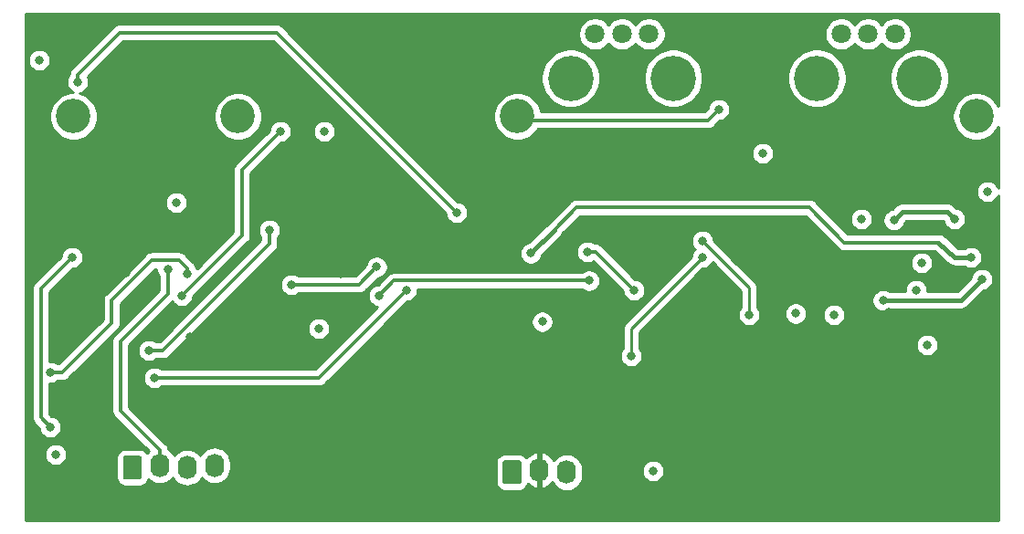
<source format=gbr>
G04 #@! TF.GenerationSoftware,KiCad,Pcbnew,(5.1.5-0-10_14)*
G04 #@! TF.CreationDate,2021-12-27T15:14:27+01:00*
G04 #@! TF.ProjectId,sk108-scabi-log,736b3130-382d-4736-9361-62692d6c6f67,rev?*
G04 #@! TF.SameCoordinates,Original*
G04 #@! TF.FileFunction,Copper,L3,Inr*
G04 #@! TF.FilePolarity,Positive*
%FSLAX46Y46*%
G04 Gerber Fmt 4.6, Leading zero omitted, Abs format (unit mm)*
G04 Created by KiCad (PCBNEW (5.1.5-0-10_14)) date 2021-12-27 15:14:27*
%MOMM*%
%LPD*%
G04 APERTURE LIST*
%ADD10C,3.200000*%
%ADD11C,4.200000*%
%ADD12C,1.800000*%
%ADD13O,1.740000X2.200000*%
%ADD14C,0.100000*%
%ADD15C,0.800000*%
%ADD16C,0.350000*%
%ADD17C,0.406400*%
%ADD18C,0.254000*%
G04 APERTURE END LIST*
D10*
X94488000Y-58420000D03*
X68580000Y-58420000D03*
X53340000Y-58420000D03*
X137033000Y-58420000D03*
D11*
X108930000Y-54900000D03*
X99430000Y-54900000D03*
D12*
X106680000Y-50800000D03*
X104180000Y-50800000D03*
X101680000Y-50800000D03*
D11*
X131750000Y-54900000D03*
X122250000Y-54900000D03*
D12*
X129500000Y-50800000D03*
X127000000Y-50800000D03*
X124500000Y-50800000D03*
D13*
X99060000Y-91440000D03*
X96520000Y-91240000D03*
G04 #@! TA.AperFunction,ViaPad*
D14*
G36*
X94624505Y-90341204D02*
G01*
X94648773Y-90344804D01*
X94672572Y-90350765D01*
X94695671Y-90359030D01*
X94717850Y-90369520D01*
X94738893Y-90382132D01*
X94758599Y-90396747D01*
X94776777Y-90413223D01*
X94793253Y-90431401D01*
X94807868Y-90451107D01*
X94820480Y-90472150D01*
X94830970Y-90494329D01*
X94839235Y-90517428D01*
X94845196Y-90541227D01*
X94848796Y-90565495D01*
X94850000Y-90589999D01*
X94850000Y-92290001D01*
X94848796Y-92314505D01*
X94845196Y-92338773D01*
X94839235Y-92362572D01*
X94830970Y-92385671D01*
X94820480Y-92407850D01*
X94807868Y-92428893D01*
X94793253Y-92448599D01*
X94776777Y-92466777D01*
X94758599Y-92483253D01*
X94738893Y-92497868D01*
X94717850Y-92510480D01*
X94695671Y-92520970D01*
X94672572Y-92529235D01*
X94648773Y-92535196D01*
X94624505Y-92538796D01*
X94600001Y-92540000D01*
X93359999Y-92540000D01*
X93335495Y-92538796D01*
X93311227Y-92535196D01*
X93287428Y-92529235D01*
X93264329Y-92520970D01*
X93242150Y-92510480D01*
X93221107Y-92497868D01*
X93201401Y-92483253D01*
X93183223Y-92466777D01*
X93166747Y-92448599D01*
X93152132Y-92428893D01*
X93139520Y-92407850D01*
X93129030Y-92385671D01*
X93120765Y-92362572D01*
X93114804Y-92338773D01*
X93111204Y-92314505D01*
X93110000Y-92290001D01*
X93110000Y-90589999D01*
X93111204Y-90565495D01*
X93114804Y-90541227D01*
X93120765Y-90517428D01*
X93129030Y-90494329D01*
X93139520Y-90472150D01*
X93152132Y-90451107D01*
X93166747Y-90431401D01*
X93183223Y-90413223D01*
X93201401Y-90396747D01*
X93221107Y-90382132D01*
X93242150Y-90369520D01*
X93264329Y-90359030D01*
X93287428Y-90350765D01*
X93311227Y-90344804D01*
X93335495Y-90341204D01*
X93359999Y-90340000D01*
X94600001Y-90340000D01*
X94624505Y-90341204D01*
G37*
G04 #@! TD.AperFunction*
G04 #@! TA.AperFunction,ViaPad*
G36*
X59445505Y-89906204D02*
G01*
X59469773Y-89909804D01*
X59493572Y-89915765D01*
X59516671Y-89924030D01*
X59538850Y-89934520D01*
X59559893Y-89947132D01*
X59579599Y-89961747D01*
X59597777Y-89978223D01*
X59614253Y-89996401D01*
X59628868Y-90016107D01*
X59641480Y-90037150D01*
X59651970Y-90059329D01*
X59660235Y-90082428D01*
X59666196Y-90106227D01*
X59669796Y-90130495D01*
X59671000Y-90154999D01*
X59671000Y-91855001D01*
X59669796Y-91879505D01*
X59666196Y-91903773D01*
X59660235Y-91927572D01*
X59651970Y-91950671D01*
X59641480Y-91972850D01*
X59628868Y-91993893D01*
X59614253Y-92013599D01*
X59597777Y-92031777D01*
X59579599Y-92048253D01*
X59559893Y-92062868D01*
X59538850Y-92075480D01*
X59516671Y-92085970D01*
X59493572Y-92094235D01*
X59469773Y-92100196D01*
X59445505Y-92103796D01*
X59421001Y-92105000D01*
X58180999Y-92105000D01*
X58156495Y-92103796D01*
X58132227Y-92100196D01*
X58108428Y-92094235D01*
X58085329Y-92085970D01*
X58063150Y-92075480D01*
X58042107Y-92062868D01*
X58022401Y-92048253D01*
X58004223Y-92031777D01*
X57987747Y-92013599D01*
X57973132Y-91993893D01*
X57960520Y-91972850D01*
X57950030Y-91950671D01*
X57941765Y-91927572D01*
X57935804Y-91903773D01*
X57932204Y-91879505D01*
X57931000Y-91855001D01*
X57931000Y-90154999D01*
X57932204Y-90130495D01*
X57935804Y-90106227D01*
X57941765Y-90082428D01*
X57950030Y-90059329D01*
X57960520Y-90037150D01*
X57973132Y-90016107D01*
X57987747Y-89996401D01*
X58004223Y-89978223D01*
X58022401Y-89961747D01*
X58042107Y-89947132D01*
X58063150Y-89934520D01*
X58085329Y-89924030D01*
X58108428Y-89915765D01*
X58132227Y-89909804D01*
X58156495Y-89906204D01*
X58180999Y-89905000D01*
X59421001Y-89905000D01*
X59445505Y-89906204D01*
G37*
G04 #@! TD.AperFunction*
D13*
X61341000Y-90805000D03*
X63881000Y-91005000D03*
X66421000Y-90805000D03*
D15*
X116205000Y-72009000D03*
X137541000Y-54737000D03*
X124333000Y-58293000D03*
X128905000Y-76581000D03*
X104639613Y-71890387D03*
X97917000Y-70993000D03*
X92329000Y-78613000D03*
X90805000Y-67945000D03*
X102997000Y-55753000D03*
X85725000Y-61849000D03*
X80137000Y-67945000D03*
X78105000Y-73025000D03*
X79629000Y-92329000D03*
X74041000Y-78613000D03*
X53721000Y-92329000D03*
X58178887Y-72910887D03*
X54229000Y-76581000D03*
X51689000Y-63373000D03*
X122301000Y-72517000D03*
X112395000Y-85217000D03*
X90551000Y-85471000D03*
X137795000Y-94107000D03*
X85725000Y-89027000D03*
X111125000Y-62357000D03*
X132715000Y-64897000D03*
X133985000Y-73787000D03*
X135255000Y-78867000D03*
X64147520Y-78879520D03*
X95072200Y-53263800D03*
X138049000Y-65405000D03*
X117221000Y-61849000D03*
X126365000Y-67945000D03*
X131445000Y-74549000D03*
X123825000Y-76837552D03*
X107061000Y-91313000D03*
X50165000Y-53213000D03*
X76073000Y-78105000D03*
X96800000Y-77470000D03*
X131953000Y-72009000D03*
X132461000Y-79629000D03*
X120283000Y-76708000D03*
X53730000Y-55245000D03*
X88862930Y-67347070D03*
X135001000Y-67945000D03*
X129395000Y-68052990D03*
X113157000Y-57785000D03*
X137541000Y-73533000D03*
X128364314Y-75498323D03*
X136525000Y-71501000D03*
X95725000Y-71125000D03*
X111633000Y-71501000D03*
X105029000Y-80645000D03*
X100965000Y-70993000D03*
X105297390Y-74549000D03*
X111633000Y-69977000D03*
X115960000Y-76835000D03*
X62865000Y-66421000D03*
X76581000Y-59817000D03*
X51689000Y-89789000D03*
X71501000Y-68961000D03*
X60325000Y-80137000D03*
X84201000Y-74549000D03*
X60833000Y-82677000D03*
X62070000Y-72645000D03*
X81661000Y-75057000D03*
X101125000Y-73665000D03*
X72517000Y-59817000D03*
X63373000Y-75057000D03*
X73533000Y-74041000D03*
X81440000Y-72395000D03*
X51181000Y-82169000D03*
X63881000Y-73025000D03*
X51181000Y-87249000D03*
X53213000Y-71501000D03*
D16*
X57602000Y-50673000D02*
X72188860Y-50673000D01*
X53730000Y-54545000D02*
X57602000Y-50673000D01*
X53730000Y-55245000D02*
X53730000Y-54545000D01*
X72188860Y-50673000D02*
X88462931Y-66947071D01*
X88462931Y-66947071D02*
X88862930Y-67347070D01*
D17*
X130163390Y-67284600D02*
X129395000Y-68052990D01*
X134340600Y-67284600D02*
X130163390Y-67284600D01*
X135001000Y-67945000D02*
X134340600Y-67284600D01*
D16*
X112141000Y-58801000D02*
X94615000Y-58801000D01*
X94615000Y-58801000D02*
X93980000Y-58166000D01*
X113157000Y-57785000D02*
X112141000Y-58801000D01*
D17*
X135575677Y-75498323D02*
X128364314Y-75498323D01*
X137541000Y-73533000D02*
X135575677Y-75498323D01*
X97889000Y-68961000D02*
X95725000Y-71125000D01*
X136525000Y-71501000D02*
X135051800Y-71501000D01*
D16*
X97889000Y-68961000D02*
X97889000Y-68938200D01*
X97889000Y-68938200D02*
X99949000Y-66878200D01*
X99949000Y-66878200D02*
X121539000Y-66878200D01*
X121539000Y-66878200D02*
X124790200Y-70129400D01*
X124790200Y-70129400D02*
X133527800Y-70129400D01*
D17*
X135051800Y-71501000D02*
X133527800Y-70129400D01*
D18*
X105029000Y-78105000D02*
X105029000Y-80645000D01*
X111633000Y-71501000D02*
X105029000Y-78105000D01*
D16*
X104897391Y-74149001D02*
X105297390Y-74549000D01*
X100965000Y-70993000D02*
X101741390Y-70993000D01*
X101741390Y-70993000D02*
X104897391Y-74149001D01*
D18*
X115960000Y-74304000D02*
X115960000Y-76835000D01*
X111633000Y-69977000D02*
X115960000Y-74304000D01*
D16*
X61645800Y-80137000D02*
X60325000Y-80137000D01*
X71501000Y-70281800D02*
X61645800Y-80137000D01*
X71501000Y-68961000D02*
X71501000Y-70281800D01*
X76073000Y-82677000D02*
X60833000Y-82677000D01*
X84201000Y-74549000D02*
X76073000Y-82677000D01*
X57683400Y-85697400D02*
X57683400Y-79273400D01*
X62070000Y-74886800D02*
X62070000Y-72645000D01*
X61341000Y-89355000D02*
X57683400Y-85697400D01*
X57683400Y-79273400D02*
X62070000Y-74886800D01*
X61341000Y-90805000D02*
X61341000Y-89355000D01*
X83053000Y-73665000D02*
X101125000Y-73665000D01*
X81661000Y-75057000D02*
X83053000Y-73665000D01*
X72517000Y-59817000D02*
X68961000Y-63373000D01*
X68961000Y-69469000D02*
X63373000Y-75057000D01*
X68961000Y-63373000D02*
X68961000Y-69469000D01*
X79794000Y-74041000D02*
X81440000Y-72395000D01*
X73533000Y-74041000D02*
X79794000Y-74041000D01*
X63881000Y-72537398D02*
X63881000Y-73025000D01*
X63108801Y-71765199D02*
X63881000Y-72537398D01*
X51181000Y-82169000D02*
X52298600Y-82169000D01*
X56870600Y-75463400D02*
X60568801Y-71765199D01*
X60568801Y-71765199D02*
X63108801Y-71765199D01*
X56870600Y-77597000D02*
X56870600Y-75463400D01*
X52298600Y-82169000D02*
X56870600Y-77597000D01*
X50301199Y-74412801D02*
X53213000Y-71501000D01*
X50301199Y-86369199D02*
X50301199Y-74412801D01*
X51181000Y-87249000D02*
X50301199Y-86369199D01*
D18*
G36*
X139040000Y-57424992D02*
G01*
X139013631Y-57361331D01*
X138769038Y-56995271D01*
X138457729Y-56683962D01*
X138091669Y-56439369D01*
X137684925Y-56270890D01*
X137253128Y-56185000D01*
X136812872Y-56185000D01*
X136381075Y-56270890D01*
X135974331Y-56439369D01*
X135608271Y-56683962D01*
X135296962Y-56995271D01*
X135052369Y-57361331D01*
X134883890Y-57768075D01*
X134798000Y-58199872D01*
X134798000Y-58640128D01*
X134883890Y-59071925D01*
X135052369Y-59478669D01*
X135296962Y-59844729D01*
X135608271Y-60156038D01*
X135974331Y-60400631D01*
X136381075Y-60569110D01*
X136812872Y-60655000D01*
X137253128Y-60655000D01*
X137684925Y-60569110D01*
X138091669Y-60400631D01*
X138457729Y-60156038D01*
X138769038Y-59844729D01*
X139013631Y-59478669D01*
X139040000Y-59415008D01*
X139040000Y-65092901D01*
X138966205Y-64914744D01*
X138852937Y-64745226D01*
X138708774Y-64601063D01*
X138539256Y-64487795D01*
X138350898Y-64409774D01*
X138150939Y-64370000D01*
X137947061Y-64370000D01*
X137747102Y-64409774D01*
X137558744Y-64487795D01*
X137389226Y-64601063D01*
X137245063Y-64745226D01*
X137131795Y-64914744D01*
X137053774Y-65103102D01*
X137014000Y-65303061D01*
X137014000Y-65506939D01*
X137053774Y-65706898D01*
X137131795Y-65895256D01*
X137245063Y-66064774D01*
X137389226Y-66208937D01*
X137558744Y-66322205D01*
X137747102Y-66400226D01*
X137947061Y-66440000D01*
X138150939Y-66440000D01*
X138350898Y-66400226D01*
X138539256Y-66322205D01*
X138708774Y-66208937D01*
X138852937Y-66064774D01*
X138966205Y-65895256D01*
X139040000Y-65717099D01*
X139040001Y-83787581D01*
X139040000Y-95860000D01*
X48920000Y-95860000D01*
X48920000Y-89687061D01*
X50654000Y-89687061D01*
X50654000Y-89890939D01*
X50693774Y-90090898D01*
X50771795Y-90279256D01*
X50885063Y-90448774D01*
X51029226Y-90592937D01*
X51198744Y-90706205D01*
X51387102Y-90784226D01*
X51587061Y-90824000D01*
X51790939Y-90824000D01*
X51990898Y-90784226D01*
X52179256Y-90706205D01*
X52348774Y-90592937D01*
X52492937Y-90448774D01*
X52606205Y-90279256D01*
X52684226Y-90090898D01*
X52724000Y-89890939D01*
X52724000Y-89687061D01*
X52684226Y-89487102D01*
X52606205Y-89298744D01*
X52492937Y-89129226D01*
X52348774Y-88985063D01*
X52179256Y-88871795D01*
X51990898Y-88793774D01*
X51790939Y-88754000D01*
X51587061Y-88754000D01*
X51387102Y-88793774D01*
X51198744Y-88871795D01*
X51029226Y-88985063D01*
X50885063Y-89129226D01*
X50771795Y-89298744D01*
X50693774Y-89487102D01*
X50654000Y-89687061D01*
X48920000Y-89687061D01*
X48920000Y-74412801D01*
X49487280Y-74412801D01*
X49491200Y-74452599D01*
X49491199Y-86329411D01*
X49487280Y-86369199D01*
X49491199Y-86408987D01*
X49491199Y-86408989D01*
X49502919Y-86527986D01*
X49549236Y-86680671D01*
X49549237Y-86680672D01*
X49624450Y-86821388D01*
X49655902Y-86859712D01*
X49725671Y-86944727D01*
X49756586Y-86970098D01*
X50148129Y-87361641D01*
X50185774Y-87550898D01*
X50263795Y-87739256D01*
X50377063Y-87908774D01*
X50521226Y-88052937D01*
X50690744Y-88166205D01*
X50879102Y-88244226D01*
X51079061Y-88284000D01*
X51282939Y-88284000D01*
X51482898Y-88244226D01*
X51671256Y-88166205D01*
X51840774Y-88052937D01*
X51984937Y-87908774D01*
X52098205Y-87739256D01*
X52176226Y-87550898D01*
X52216000Y-87350939D01*
X52216000Y-87147061D01*
X52176226Y-86947102D01*
X52098205Y-86758744D01*
X51984937Y-86589226D01*
X51840774Y-86445063D01*
X51671256Y-86331795D01*
X51482898Y-86253774D01*
X51293641Y-86216129D01*
X51111199Y-86033687D01*
X51111199Y-83204000D01*
X51282939Y-83204000D01*
X51482898Y-83164226D01*
X51671256Y-83086205D01*
X51831700Y-82979000D01*
X52258812Y-82979000D01*
X52298600Y-82982919D01*
X52338388Y-82979000D01*
X52338391Y-82979000D01*
X52457388Y-82967280D01*
X52610073Y-82920963D01*
X52750789Y-82845749D01*
X52874128Y-82744528D01*
X52899500Y-82713612D01*
X57415219Y-78197894D01*
X57446128Y-78172528D01*
X57547349Y-78049189D01*
X57622563Y-77908473D01*
X57668880Y-77755788D01*
X57680600Y-77636791D01*
X57680600Y-77636789D01*
X57684519Y-77597001D01*
X57680600Y-77557213D01*
X57680600Y-75798912D01*
X60904314Y-72575199D01*
X61035000Y-72575199D01*
X61035000Y-72746939D01*
X61074774Y-72946898D01*
X61152795Y-73135256D01*
X61260001Y-73295701D01*
X61260000Y-74551287D01*
X57138783Y-78672505D01*
X57107873Y-78697872D01*
X57082508Y-78728780D01*
X57006651Y-78821211D01*
X56931438Y-78961927D01*
X56885121Y-79114613D01*
X56869481Y-79273400D01*
X56873401Y-79313198D01*
X56873400Y-85657612D01*
X56869481Y-85697400D01*
X56873400Y-85737188D01*
X56873400Y-85737190D01*
X56885120Y-85856187D01*
X56931437Y-86008872D01*
X56931438Y-86008873D01*
X57006651Y-86149589D01*
X57038103Y-86187913D01*
X57107872Y-86272928D01*
X57138788Y-86298300D01*
X60312567Y-89472080D01*
X60271655Y-89505655D01*
X60151534Y-89652023D01*
X60048962Y-89527038D01*
X59914387Y-89416595D01*
X59760851Y-89334528D01*
X59594255Y-89283992D01*
X59421001Y-89266928D01*
X58180999Y-89266928D01*
X58007745Y-89283992D01*
X57841149Y-89334528D01*
X57687613Y-89416595D01*
X57553038Y-89527038D01*
X57442595Y-89661613D01*
X57360528Y-89815149D01*
X57309992Y-89981745D01*
X57292928Y-90154999D01*
X57292928Y-91855001D01*
X57309992Y-92028255D01*
X57360528Y-92194851D01*
X57442595Y-92348387D01*
X57553038Y-92482962D01*
X57687613Y-92593405D01*
X57841149Y-92675472D01*
X58007745Y-92726008D01*
X58180999Y-92743072D01*
X59421001Y-92743072D01*
X59594255Y-92726008D01*
X59760851Y-92675472D01*
X59914387Y-92593405D01*
X60048962Y-92482962D01*
X60159405Y-92348387D01*
X60241472Y-92194851D01*
X60269663Y-92101918D01*
X60271655Y-92104345D01*
X60500822Y-92292417D01*
X60762276Y-92432166D01*
X61045969Y-92518224D01*
X61341000Y-92547282D01*
X61636032Y-92518224D01*
X61919725Y-92432166D01*
X62181179Y-92292417D01*
X62410345Y-92104345D01*
X62548919Y-91935492D01*
X62623583Y-92075179D01*
X62811655Y-92304345D01*
X63040822Y-92492417D01*
X63302276Y-92632166D01*
X63585969Y-92718224D01*
X63881000Y-92747282D01*
X64176032Y-92718224D01*
X64459725Y-92632166D01*
X64721179Y-92492417D01*
X64950345Y-92304345D01*
X65138417Y-92075179D01*
X65213081Y-91935492D01*
X65351655Y-92104345D01*
X65580822Y-92292417D01*
X65842276Y-92432166D01*
X66125969Y-92518224D01*
X66421000Y-92547282D01*
X66716032Y-92518224D01*
X66999725Y-92432166D01*
X67261179Y-92292417D01*
X67490345Y-92104345D01*
X67678417Y-91875179D01*
X67818166Y-91613724D01*
X67904224Y-91330031D01*
X67926000Y-91108935D01*
X67926000Y-90589999D01*
X92471928Y-90589999D01*
X92471928Y-92290001D01*
X92488992Y-92463255D01*
X92539528Y-92629851D01*
X92621595Y-92783387D01*
X92732038Y-92917962D01*
X92866613Y-93028405D01*
X93020149Y-93110472D01*
X93186745Y-93161008D01*
X93359999Y-93178072D01*
X94600001Y-93178072D01*
X94773255Y-93161008D01*
X94939851Y-93110472D01*
X95093387Y-93028405D01*
X95227962Y-92917962D01*
X95338405Y-92783387D01*
X95420472Y-92629851D01*
X95450773Y-92529963D01*
X95549506Y-92630536D01*
X95794563Y-92797571D01*
X96067498Y-92913588D01*
X96159969Y-92931302D01*
X96393000Y-92810246D01*
X96393000Y-91367000D01*
X96373000Y-91367000D01*
X96373000Y-91113000D01*
X96393000Y-91113000D01*
X96393000Y-89669754D01*
X96647000Y-89669754D01*
X96647000Y-91113000D01*
X96667000Y-91113000D01*
X96667000Y-91367000D01*
X96647000Y-91367000D01*
X96647000Y-92810246D01*
X96880031Y-92931302D01*
X96972502Y-92913588D01*
X97245437Y-92797571D01*
X97490494Y-92630536D01*
X97698256Y-92418903D01*
X97728837Y-92372208D01*
X97802583Y-92510179D01*
X97990655Y-92739345D01*
X98219822Y-92927417D01*
X98481276Y-93067166D01*
X98764969Y-93153224D01*
X99060000Y-93182282D01*
X99355032Y-93153224D01*
X99638725Y-93067166D01*
X99900179Y-92927417D01*
X100129345Y-92739345D01*
X100317417Y-92510179D01*
X100457166Y-92248724D01*
X100543224Y-91965031D01*
X100565000Y-91743935D01*
X100565000Y-91211061D01*
X106026000Y-91211061D01*
X106026000Y-91414939D01*
X106065774Y-91614898D01*
X106143795Y-91803256D01*
X106257063Y-91972774D01*
X106401226Y-92116937D01*
X106570744Y-92230205D01*
X106759102Y-92308226D01*
X106959061Y-92348000D01*
X107162939Y-92348000D01*
X107362898Y-92308226D01*
X107551256Y-92230205D01*
X107720774Y-92116937D01*
X107864937Y-91972774D01*
X107978205Y-91803256D01*
X108056226Y-91614898D01*
X108096000Y-91414939D01*
X108096000Y-91211061D01*
X108056226Y-91011102D01*
X107978205Y-90822744D01*
X107864937Y-90653226D01*
X107720774Y-90509063D01*
X107551256Y-90395795D01*
X107362898Y-90317774D01*
X107162939Y-90278000D01*
X106959061Y-90278000D01*
X106759102Y-90317774D01*
X106570744Y-90395795D01*
X106401226Y-90509063D01*
X106257063Y-90653226D01*
X106143795Y-90822744D01*
X106065774Y-91011102D01*
X106026000Y-91211061D01*
X100565000Y-91211061D01*
X100565000Y-91136064D01*
X100543224Y-90914968D01*
X100457166Y-90631275D01*
X100317417Y-90369821D01*
X100129345Y-90140655D01*
X99900178Y-89952583D01*
X99638724Y-89812834D01*
X99355031Y-89726776D01*
X99060000Y-89697718D01*
X98764968Y-89726776D01*
X98481275Y-89812834D01*
X98219821Y-89952583D01*
X97990655Y-90140655D01*
X97857010Y-90303503D01*
X97698256Y-90061097D01*
X97490494Y-89849464D01*
X97245437Y-89682429D01*
X96972502Y-89566412D01*
X96880031Y-89548698D01*
X96647000Y-89669754D01*
X96393000Y-89669754D01*
X96159969Y-89548698D01*
X96067498Y-89566412D01*
X95794563Y-89682429D01*
X95549506Y-89849464D01*
X95341744Y-90061097D01*
X95327326Y-90083113D01*
X95227962Y-89962038D01*
X95093387Y-89851595D01*
X94939851Y-89769528D01*
X94773255Y-89718992D01*
X94600001Y-89701928D01*
X93359999Y-89701928D01*
X93186745Y-89718992D01*
X93020149Y-89769528D01*
X92866613Y-89851595D01*
X92732038Y-89962038D01*
X92621595Y-90096613D01*
X92539528Y-90250149D01*
X92488992Y-90416745D01*
X92471928Y-90589999D01*
X67926000Y-90589999D01*
X67926000Y-90501064D01*
X67904224Y-90279968D01*
X67818166Y-89996275D01*
X67678417Y-89734821D01*
X67490345Y-89505655D01*
X67261178Y-89317583D01*
X66999724Y-89177834D01*
X66716031Y-89091776D01*
X66421000Y-89062718D01*
X66125968Y-89091776D01*
X65842275Y-89177834D01*
X65580821Y-89317583D01*
X65351655Y-89505655D01*
X65163583Y-89734822D01*
X65088920Y-89874508D01*
X64950345Y-89705655D01*
X64721178Y-89517583D01*
X64459724Y-89377834D01*
X64176031Y-89291776D01*
X63881000Y-89262718D01*
X63585968Y-89291776D01*
X63302275Y-89377834D01*
X63040821Y-89517583D01*
X62811655Y-89705655D01*
X62673081Y-89874508D01*
X62598417Y-89734821D01*
X62410345Y-89505655D01*
X62181178Y-89317583D01*
X62149570Y-89300688D01*
X62139280Y-89196212D01*
X62092963Y-89043526D01*
X62017749Y-88902811D01*
X61941893Y-88810380D01*
X61916528Y-88779472D01*
X61885618Y-88754105D01*
X58493400Y-85361888D01*
X58493400Y-82575061D01*
X59798000Y-82575061D01*
X59798000Y-82778939D01*
X59837774Y-82978898D01*
X59915795Y-83167256D01*
X60029063Y-83336774D01*
X60173226Y-83480937D01*
X60342744Y-83594205D01*
X60531102Y-83672226D01*
X60731061Y-83712000D01*
X60934939Y-83712000D01*
X61134898Y-83672226D01*
X61323256Y-83594205D01*
X61483700Y-83487000D01*
X76033212Y-83487000D01*
X76073000Y-83490919D01*
X76112788Y-83487000D01*
X76112791Y-83487000D01*
X76231788Y-83475280D01*
X76384473Y-83428963D01*
X76525189Y-83353749D01*
X76648528Y-83252528D01*
X76673900Y-83221612D01*
X79352451Y-80543061D01*
X103994000Y-80543061D01*
X103994000Y-80746939D01*
X104033774Y-80946898D01*
X104111795Y-81135256D01*
X104225063Y-81304774D01*
X104369226Y-81448937D01*
X104538744Y-81562205D01*
X104727102Y-81640226D01*
X104927061Y-81680000D01*
X105130939Y-81680000D01*
X105330898Y-81640226D01*
X105519256Y-81562205D01*
X105688774Y-81448937D01*
X105832937Y-81304774D01*
X105946205Y-81135256D01*
X106024226Y-80946898D01*
X106064000Y-80746939D01*
X106064000Y-80543061D01*
X106024226Y-80343102D01*
X105946205Y-80154744D01*
X105832937Y-79985226D01*
X105791000Y-79943289D01*
X105791000Y-79527061D01*
X131426000Y-79527061D01*
X131426000Y-79730939D01*
X131465774Y-79930898D01*
X131543795Y-80119256D01*
X131657063Y-80288774D01*
X131801226Y-80432937D01*
X131970744Y-80546205D01*
X132159102Y-80624226D01*
X132359061Y-80664000D01*
X132562939Y-80664000D01*
X132762898Y-80624226D01*
X132951256Y-80546205D01*
X133120774Y-80432937D01*
X133264937Y-80288774D01*
X133378205Y-80119256D01*
X133456226Y-79930898D01*
X133496000Y-79730939D01*
X133496000Y-79527061D01*
X133456226Y-79327102D01*
X133378205Y-79138744D01*
X133264937Y-78969226D01*
X133120774Y-78825063D01*
X132951256Y-78711795D01*
X132762898Y-78633774D01*
X132562939Y-78594000D01*
X132359061Y-78594000D01*
X132159102Y-78633774D01*
X131970744Y-78711795D01*
X131801226Y-78825063D01*
X131657063Y-78969226D01*
X131543795Y-79138744D01*
X131465774Y-79327102D01*
X131426000Y-79527061D01*
X105791000Y-79527061D01*
X105791000Y-78420630D01*
X111675631Y-72536000D01*
X111734939Y-72536000D01*
X111934898Y-72496226D01*
X112123256Y-72418205D01*
X112292774Y-72304937D01*
X112436937Y-72160774D01*
X112550205Y-71991256D01*
X112555893Y-71977524D01*
X115198000Y-74619631D01*
X115198001Y-76133288D01*
X115156063Y-76175226D01*
X115042795Y-76344744D01*
X114964774Y-76533102D01*
X114925000Y-76733061D01*
X114925000Y-76936939D01*
X114964774Y-77136898D01*
X115042795Y-77325256D01*
X115156063Y-77494774D01*
X115300226Y-77638937D01*
X115469744Y-77752205D01*
X115658102Y-77830226D01*
X115858061Y-77870000D01*
X116061939Y-77870000D01*
X116261898Y-77830226D01*
X116450256Y-77752205D01*
X116619774Y-77638937D01*
X116763937Y-77494774D01*
X116877205Y-77325256D01*
X116955226Y-77136898D01*
X116995000Y-76936939D01*
X116995000Y-76733061D01*
X116969739Y-76606061D01*
X119248000Y-76606061D01*
X119248000Y-76809939D01*
X119287774Y-77009898D01*
X119365795Y-77198256D01*
X119479063Y-77367774D01*
X119623226Y-77511937D01*
X119792744Y-77625205D01*
X119981102Y-77703226D01*
X120181061Y-77743000D01*
X120384939Y-77743000D01*
X120584898Y-77703226D01*
X120773256Y-77625205D01*
X120942774Y-77511937D01*
X121086937Y-77367774D01*
X121200205Y-77198256D01*
X121278226Y-77009898D01*
X121318000Y-76809939D01*
X121318000Y-76735613D01*
X122790000Y-76735613D01*
X122790000Y-76939491D01*
X122829774Y-77139450D01*
X122907795Y-77327808D01*
X123021063Y-77497326D01*
X123165226Y-77641489D01*
X123334744Y-77754757D01*
X123523102Y-77832778D01*
X123723061Y-77872552D01*
X123926939Y-77872552D01*
X124126898Y-77832778D01*
X124315256Y-77754757D01*
X124484774Y-77641489D01*
X124628937Y-77497326D01*
X124742205Y-77327808D01*
X124820226Y-77139450D01*
X124860000Y-76939491D01*
X124860000Y-76735613D01*
X124820226Y-76535654D01*
X124742205Y-76347296D01*
X124628937Y-76177778D01*
X124484774Y-76033615D01*
X124315256Y-75920347D01*
X124126898Y-75842326D01*
X123926939Y-75802552D01*
X123723061Y-75802552D01*
X123523102Y-75842326D01*
X123334744Y-75920347D01*
X123165226Y-76033615D01*
X123021063Y-76177778D01*
X122907795Y-76347296D01*
X122829774Y-76535654D01*
X122790000Y-76735613D01*
X121318000Y-76735613D01*
X121318000Y-76606061D01*
X121278226Y-76406102D01*
X121200205Y-76217744D01*
X121086937Y-76048226D01*
X120942774Y-75904063D01*
X120773256Y-75790795D01*
X120584898Y-75712774D01*
X120384939Y-75673000D01*
X120181061Y-75673000D01*
X119981102Y-75712774D01*
X119792744Y-75790795D01*
X119623226Y-75904063D01*
X119479063Y-76048226D01*
X119365795Y-76217744D01*
X119287774Y-76406102D01*
X119248000Y-76606061D01*
X116969739Y-76606061D01*
X116955226Y-76533102D01*
X116877205Y-76344744D01*
X116763937Y-76175226D01*
X116722000Y-76133289D01*
X116722000Y-75396384D01*
X127329314Y-75396384D01*
X127329314Y-75600262D01*
X127369088Y-75800221D01*
X127447109Y-75988579D01*
X127560377Y-76158097D01*
X127704540Y-76302260D01*
X127874058Y-76415528D01*
X128062416Y-76493549D01*
X128262375Y-76533323D01*
X128466253Y-76533323D01*
X128666212Y-76493549D01*
X128854570Y-76415528D01*
X128972810Y-76336523D01*
X135534514Y-76336523D01*
X135575677Y-76340577D01*
X135616840Y-76336523D01*
X135616847Y-76336523D01*
X135739993Y-76324394D01*
X135897994Y-76276465D01*
X136043609Y-76198632D01*
X136171241Y-76093887D01*
X136197488Y-76061905D01*
X137703425Y-74555969D01*
X137842898Y-74528226D01*
X138031256Y-74450205D01*
X138200774Y-74336937D01*
X138344937Y-74192774D01*
X138458205Y-74023256D01*
X138536226Y-73834898D01*
X138576000Y-73634939D01*
X138576000Y-73431061D01*
X138536226Y-73231102D01*
X138458205Y-73042744D01*
X138344937Y-72873226D01*
X138200774Y-72729063D01*
X138031256Y-72615795D01*
X137842898Y-72537774D01*
X137642939Y-72498000D01*
X137439061Y-72498000D01*
X137239102Y-72537774D01*
X137050744Y-72615795D01*
X136881226Y-72729063D01*
X136737063Y-72873226D01*
X136623795Y-73042744D01*
X136545774Y-73231102D01*
X136518031Y-73370575D01*
X135228484Y-74660123D01*
X132478173Y-74660123D01*
X132480000Y-74650939D01*
X132480000Y-74447061D01*
X132440226Y-74247102D01*
X132362205Y-74058744D01*
X132248937Y-73889226D01*
X132104774Y-73745063D01*
X131935256Y-73631795D01*
X131746898Y-73553774D01*
X131546939Y-73514000D01*
X131343061Y-73514000D01*
X131143102Y-73553774D01*
X130954744Y-73631795D01*
X130785226Y-73745063D01*
X130641063Y-73889226D01*
X130527795Y-74058744D01*
X130449774Y-74247102D01*
X130410000Y-74447061D01*
X130410000Y-74650939D01*
X130411827Y-74660123D01*
X128972810Y-74660123D01*
X128854570Y-74581118D01*
X128666212Y-74503097D01*
X128466253Y-74463323D01*
X128262375Y-74463323D01*
X128062416Y-74503097D01*
X127874058Y-74581118D01*
X127704540Y-74694386D01*
X127560377Y-74838549D01*
X127447109Y-75008067D01*
X127369088Y-75196425D01*
X127329314Y-75396384D01*
X116722000Y-75396384D01*
X116722000Y-74341422D01*
X116725686Y-74303999D01*
X116720082Y-74247102D01*
X116710974Y-74154622D01*
X116667402Y-74010985D01*
X116596645Y-73878608D01*
X116501422Y-73762578D01*
X116472353Y-73738722D01*
X114640692Y-71907061D01*
X130918000Y-71907061D01*
X130918000Y-72110939D01*
X130957774Y-72310898D01*
X131035795Y-72499256D01*
X131149063Y-72668774D01*
X131293226Y-72812937D01*
X131462744Y-72926205D01*
X131651102Y-73004226D01*
X131851061Y-73044000D01*
X132054939Y-73044000D01*
X132254898Y-73004226D01*
X132443256Y-72926205D01*
X132612774Y-72812937D01*
X132756937Y-72668774D01*
X132870205Y-72499256D01*
X132948226Y-72310898D01*
X132988000Y-72110939D01*
X132988000Y-71907061D01*
X132948226Y-71707102D01*
X132870205Y-71518744D01*
X132756937Y-71349226D01*
X132612774Y-71205063D01*
X132443256Y-71091795D01*
X132254898Y-71013774D01*
X132054939Y-70974000D01*
X131851061Y-70974000D01*
X131651102Y-71013774D01*
X131462744Y-71091795D01*
X131293226Y-71205063D01*
X131149063Y-71349226D01*
X131035795Y-71518744D01*
X130957774Y-71707102D01*
X130918000Y-71907061D01*
X114640692Y-71907061D01*
X112668000Y-69934370D01*
X112668000Y-69875061D01*
X112628226Y-69675102D01*
X112550205Y-69486744D01*
X112436937Y-69317226D01*
X112292774Y-69173063D01*
X112123256Y-69059795D01*
X111934898Y-68981774D01*
X111734939Y-68942000D01*
X111531061Y-68942000D01*
X111331102Y-68981774D01*
X111142744Y-69059795D01*
X110973226Y-69173063D01*
X110829063Y-69317226D01*
X110715795Y-69486744D01*
X110637774Y-69675102D01*
X110598000Y-69875061D01*
X110598000Y-70078939D01*
X110637774Y-70278898D01*
X110715795Y-70467256D01*
X110829063Y-70636774D01*
X110931289Y-70739000D01*
X110829063Y-70841226D01*
X110715795Y-71010744D01*
X110637774Y-71199102D01*
X110598000Y-71399061D01*
X110598000Y-71458369D01*
X104516654Y-77539716D01*
X104487578Y-77563578D01*
X104460149Y-77597001D01*
X104392355Y-77679608D01*
X104379731Y-77703226D01*
X104321598Y-77811986D01*
X104278026Y-77955623D01*
X104273354Y-78003061D01*
X104263314Y-78105000D01*
X104267000Y-78142423D01*
X104267001Y-79943288D01*
X104225063Y-79985226D01*
X104111795Y-80154744D01*
X104033774Y-80343102D01*
X103994000Y-80543061D01*
X79352451Y-80543061D01*
X82527451Y-77368061D01*
X95765000Y-77368061D01*
X95765000Y-77571939D01*
X95804774Y-77771898D01*
X95882795Y-77960256D01*
X95996063Y-78129774D01*
X96140226Y-78273937D01*
X96309744Y-78387205D01*
X96498102Y-78465226D01*
X96698061Y-78505000D01*
X96901939Y-78505000D01*
X97101898Y-78465226D01*
X97290256Y-78387205D01*
X97459774Y-78273937D01*
X97603937Y-78129774D01*
X97717205Y-77960256D01*
X97795226Y-77771898D01*
X97835000Y-77571939D01*
X97835000Y-77368061D01*
X97795226Y-77168102D01*
X97717205Y-76979744D01*
X97603937Y-76810226D01*
X97459774Y-76666063D01*
X97290256Y-76552795D01*
X97101898Y-76474774D01*
X96901939Y-76435000D01*
X96698061Y-76435000D01*
X96498102Y-76474774D01*
X96309744Y-76552795D01*
X96140226Y-76666063D01*
X95996063Y-76810226D01*
X95882795Y-76979744D01*
X95804774Y-77168102D01*
X95765000Y-77368061D01*
X82527451Y-77368061D01*
X84313642Y-75581871D01*
X84502898Y-75544226D01*
X84691256Y-75466205D01*
X84860774Y-75352937D01*
X85004937Y-75208774D01*
X85118205Y-75039256D01*
X85196226Y-74850898D01*
X85236000Y-74650939D01*
X85236000Y-74475000D01*
X100474300Y-74475000D01*
X100634744Y-74582205D01*
X100823102Y-74660226D01*
X101023061Y-74700000D01*
X101226939Y-74700000D01*
X101426898Y-74660226D01*
X101615256Y-74582205D01*
X101784774Y-74468937D01*
X101928937Y-74324774D01*
X102042205Y-74155256D01*
X102120226Y-73966898D01*
X102160000Y-73766939D01*
X102160000Y-73563061D01*
X102120226Y-73363102D01*
X102042205Y-73174744D01*
X101928937Y-73005226D01*
X101784774Y-72861063D01*
X101615256Y-72747795D01*
X101426898Y-72669774D01*
X101226939Y-72630000D01*
X101023061Y-72630000D01*
X100823102Y-72669774D01*
X100634744Y-72747795D01*
X100474300Y-72855000D01*
X83092787Y-72855000D01*
X83052999Y-72851081D01*
X83013211Y-72855000D01*
X83013209Y-72855000D01*
X82894212Y-72866720D01*
X82741527Y-72913037D01*
X82695878Y-72937437D01*
X82600810Y-72988251D01*
X82545210Y-73033881D01*
X82477472Y-73089472D01*
X82452105Y-73120382D01*
X81548359Y-74024129D01*
X81359102Y-74061774D01*
X81170744Y-74139795D01*
X81001226Y-74253063D01*
X80857063Y-74397226D01*
X80743795Y-74566744D01*
X80665774Y-74755102D01*
X80626000Y-74955061D01*
X80626000Y-75158939D01*
X80665774Y-75358898D01*
X80743795Y-75547256D01*
X80857063Y-75716774D01*
X81001226Y-75860937D01*
X81170744Y-75974205D01*
X81359102Y-76052226D01*
X81520214Y-76084273D01*
X75737488Y-81867000D01*
X61483700Y-81867000D01*
X61323256Y-81759795D01*
X61134898Y-81681774D01*
X60934939Y-81642000D01*
X60731061Y-81642000D01*
X60531102Y-81681774D01*
X60342744Y-81759795D01*
X60173226Y-81873063D01*
X60029063Y-82017226D01*
X59915795Y-82186744D01*
X59837774Y-82375102D01*
X59798000Y-82575061D01*
X58493400Y-82575061D01*
X58493400Y-80035061D01*
X59290000Y-80035061D01*
X59290000Y-80238939D01*
X59329774Y-80438898D01*
X59407795Y-80627256D01*
X59521063Y-80796774D01*
X59665226Y-80940937D01*
X59834744Y-81054205D01*
X60023102Y-81132226D01*
X60223061Y-81172000D01*
X60426939Y-81172000D01*
X60626898Y-81132226D01*
X60815256Y-81054205D01*
X60975700Y-80947000D01*
X61606012Y-80947000D01*
X61645800Y-80950919D01*
X61685588Y-80947000D01*
X61685591Y-80947000D01*
X61804588Y-80935280D01*
X61957273Y-80888963D01*
X62097989Y-80813749D01*
X62221328Y-80712528D01*
X62246700Y-80681612D01*
X64925251Y-78003061D01*
X75038000Y-78003061D01*
X75038000Y-78206939D01*
X75077774Y-78406898D01*
X75155795Y-78595256D01*
X75269063Y-78764774D01*
X75413226Y-78908937D01*
X75582744Y-79022205D01*
X75771102Y-79100226D01*
X75971061Y-79140000D01*
X76174939Y-79140000D01*
X76374898Y-79100226D01*
X76563256Y-79022205D01*
X76732774Y-78908937D01*
X76876937Y-78764774D01*
X76990205Y-78595256D01*
X77068226Y-78406898D01*
X77108000Y-78206939D01*
X77108000Y-78003061D01*
X77068226Y-77803102D01*
X76990205Y-77614744D01*
X76876937Y-77445226D01*
X76732774Y-77301063D01*
X76563256Y-77187795D01*
X76374898Y-77109774D01*
X76174939Y-77070000D01*
X75971061Y-77070000D01*
X75771102Y-77109774D01*
X75582744Y-77187795D01*
X75413226Y-77301063D01*
X75269063Y-77445226D01*
X75155795Y-77614744D01*
X75077774Y-77803102D01*
X75038000Y-78003061D01*
X64925251Y-78003061D01*
X68989251Y-73939061D01*
X72498000Y-73939061D01*
X72498000Y-74142939D01*
X72537774Y-74342898D01*
X72615795Y-74531256D01*
X72729063Y-74700774D01*
X72873226Y-74844937D01*
X73042744Y-74958205D01*
X73231102Y-75036226D01*
X73431061Y-75076000D01*
X73634939Y-75076000D01*
X73834898Y-75036226D01*
X74023256Y-74958205D01*
X74183700Y-74851000D01*
X79754212Y-74851000D01*
X79794000Y-74854919D01*
X79833788Y-74851000D01*
X79833791Y-74851000D01*
X79952788Y-74839280D01*
X80105473Y-74792963D01*
X80246189Y-74717749D01*
X80369528Y-74616528D01*
X80394899Y-74585613D01*
X81552642Y-73427871D01*
X81741898Y-73390226D01*
X81930256Y-73312205D01*
X82099774Y-73198937D01*
X82243937Y-73054774D01*
X82357205Y-72885256D01*
X82435226Y-72696898D01*
X82475000Y-72496939D01*
X82475000Y-72293061D01*
X82435226Y-72093102D01*
X82357205Y-71904744D01*
X82243937Y-71735226D01*
X82099774Y-71591063D01*
X81930256Y-71477795D01*
X81741898Y-71399774D01*
X81541939Y-71360000D01*
X81338061Y-71360000D01*
X81138102Y-71399774D01*
X80949744Y-71477795D01*
X80780226Y-71591063D01*
X80636063Y-71735226D01*
X80522795Y-71904744D01*
X80444774Y-72093102D01*
X80407129Y-72282358D01*
X79458488Y-73231000D01*
X74183700Y-73231000D01*
X74023256Y-73123795D01*
X73834898Y-73045774D01*
X73634939Y-73006000D01*
X73431061Y-73006000D01*
X73231102Y-73045774D01*
X73042744Y-73123795D01*
X72873226Y-73237063D01*
X72729063Y-73381226D01*
X72615795Y-73550744D01*
X72537774Y-73739102D01*
X72498000Y-73939061D01*
X68989251Y-73939061D01*
X71905251Y-71023061D01*
X94690000Y-71023061D01*
X94690000Y-71226939D01*
X94729774Y-71426898D01*
X94807795Y-71615256D01*
X94921063Y-71784774D01*
X95065226Y-71928937D01*
X95234744Y-72042205D01*
X95423102Y-72120226D01*
X95623061Y-72160000D01*
X95826939Y-72160000D01*
X96026898Y-72120226D01*
X96215256Y-72042205D01*
X96384774Y-71928937D01*
X96528937Y-71784774D01*
X96642205Y-71615256D01*
X96720226Y-71426898D01*
X96747969Y-71287424D01*
X97144332Y-70891061D01*
X99930000Y-70891061D01*
X99930000Y-71094939D01*
X99969774Y-71294898D01*
X100047795Y-71483256D01*
X100161063Y-71652774D01*
X100305226Y-71796937D01*
X100474744Y-71910205D01*
X100663102Y-71988226D01*
X100863061Y-72028000D01*
X101066939Y-72028000D01*
X101266898Y-71988226D01*
X101455256Y-71910205D01*
X101489921Y-71887043D01*
X104264519Y-74661642D01*
X104302164Y-74850898D01*
X104380185Y-75039256D01*
X104493453Y-75208774D01*
X104637616Y-75352937D01*
X104807134Y-75466205D01*
X104995492Y-75544226D01*
X105195451Y-75584000D01*
X105399329Y-75584000D01*
X105599288Y-75544226D01*
X105787646Y-75466205D01*
X105957164Y-75352937D01*
X106101327Y-75208774D01*
X106214595Y-75039256D01*
X106292616Y-74850898D01*
X106332390Y-74650939D01*
X106332390Y-74447061D01*
X106292616Y-74247102D01*
X106214595Y-74058744D01*
X106101327Y-73889226D01*
X105957164Y-73745063D01*
X105787646Y-73631795D01*
X105599288Y-73553774D01*
X105410032Y-73516129D01*
X102342290Y-70448388D01*
X102316918Y-70417472D01*
X102193579Y-70316251D01*
X102052863Y-70241037D01*
X101900178Y-70194720D01*
X101781181Y-70183000D01*
X101781178Y-70183000D01*
X101741390Y-70179081D01*
X101701602Y-70183000D01*
X101615700Y-70183000D01*
X101455256Y-70075795D01*
X101266898Y-69997774D01*
X101066939Y-69958000D01*
X100863061Y-69958000D01*
X100663102Y-69997774D01*
X100474744Y-70075795D01*
X100305226Y-70189063D01*
X100161063Y-70333226D01*
X100047795Y-70502744D01*
X99969774Y-70691102D01*
X99930000Y-70891061D01*
X97144332Y-70891061D01*
X98510808Y-69524586D01*
X98589309Y-69428932D01*
X98641588Y-69331124D01*
X100284513Y-67688200D01*
X121203488Y-67688200D01*
X124189305Y-70674018D01*
X124214672Y-70704928D01*
X124251698Y-70735314D01*
X124338010Y-70806149D01*
X124371879Y-70824252D01*
X124478727Y-70881363D01*
X124631412Y-70927680D01*
X124750409Y-70939400D01*
X124750411Y-70939400D01*
X124790199Y-70943319D01*
X124829987Y-70939400D01*
X133174820Y-70939400D01*
X134444028Y-72081688D01*
X134456236Y-72096564D01*
X134505255Y-72136793D01*
X134521674Y-72151570D01*
X134537098Y-72162926D01*
X134583868Y-72201309D01*
X134603445Y-72211773D01*
X134621322Y-72224935D01*
X134676111Y-72250614D01*
X134729483Y-72279142D01*
X134750730Y-72285587D01*
X134770826Y-72295006D01*
X134829565Y-72309501D01*
X134887484Y-72327071D01*
X134909579Y-72329247D01*
X134931128Y-72334565D01*
X134991566Y-72337322D01*
X135010630Y-72339200D01*
X135032722Y-72339200D01*
X135096067Y-72342090D01*
X135115091Y-72339200D01*
X135916504Y-72339200D01*
X136034744Y-72418205D01*
X136223102Y-72496226D01*
X136423061Y-72536000D01*
X136626939Y-72536000D01*
X136826898Y-72496226D01*
X137015256Y-72418205D01*
X137184774Y-72304937D01*
X137328937Y-72160774D01*
X137442205Y-71991256D01*
X137520226Y-71802898D01*
X137560000Y-71602939D01*
X137560000Y-71399061D01*
X137520226Y-71199102D01*
X137442205Y-71010744D01*
X137328937Y-70841226D01*
X137184774Y-70697063D01*
X137015256Y-70583795D01*
X136826898Y-70505774D01*
X136626939Y-70466000D01*
X136423061Y-70466000D01*
X136223102Y-70505774D01*
X136034744Y-70583795D01*
X135916504Y-70662800D01*
X135373448Y-70662800D01*
X134057924Y-69478830D01*
X133958277Y-69405465D01*
X133808773Y-69335393D01*
X133648470Y-69295835D01*
X133483533Y-69288310D01*
X133320295Y-69313107D01*
X133302899Y-69319400D01*
X125125713Y-69319400D01*
X123649374Y-67843061D01*
X125330000Y-67843061D01*
X125330000Y-68046939D01*
X125369774Y-68246898D01*
X125447795Y-68435256D01*
X125561063Y-68604774D01*
X125705226Y-68748937D01*
X125874744Y-68862205D01*
X126063102Y-68940226D01*
X126263061Y-68980000D01*
X126466939Y-68980000D01*
X126666898Y-68940226D01*
X126855256Y-68862205D01*
X127024774Y-68748937D01*
X127168937Y-68604774D01*
X127282205Y-68435256D01*
X127360226Y-68246898D01*
X127400000Y-68046939D01*
X127400000Y-67951051D01*
X128360000Y-67951051D01*
X128360000Y-68154929D01*
X128399774Y-68354888D01*
X128477795Y-68543246D01*
X128591063Y-68712764D01*
X128735226Y-68856927D01*
X128904744Y-68970195D01*
X129093102Y-69048216D01*
X129293061Y-69087990D01*
X129496939Y-69087990D01*
X129696898Y-69048216D01*
X129885256Y-68970195D01*
X130054774Y-68856927D01*
X130198937Y-68712764D01*
X130312205Y-68543246D01*
X130390226Y-68354888D01*
X130417969Y-68215415D01*
X130510584Y-68122800D01*
X133981090Y-68122800D01*
X134005774Y-68246898D01*
X134083795Y-68435256D01*
X134197063Y-68604774D01*
X134341226Y-68748937D01*
X134510744Y-68862205D01*
X134699102Y-68940226D01*
X134899061Y-68980000D01*
X135102939Y-68980000D01*
X135302898Y-68940226D01*
X135491256Y-68862205D01*
X135660774Y-68748937D01*
X135804937Y-68604774D01*
X135918205Y-68435256D01*
X135996226Y-68246898D01*
X136036000Y-68046939D01*
X136036000Y-67843061D01*
X135996226Y-67643102D01*
X135918205Y-67454744D01*
X135804937Y-67285226D01*
X135660774Y-67141063D01*
X135491256Y-67027795D01*
X135302898Y-66949774D01*
X135163425Y-66922031D01*
X134962411Y-66721017D01*
X134936164Y-66689036D01*
X134808532Y-66584291D01*
X134662917Y-66506458D01*
X134504916Y-66458529D01*
X134381770Y-66446400D01*
X134381763Y-66446400D01*
X134340600Y-66442346D01*
X134299437Y-66446400D01*
X130204553Y-66446400D01*
X130163390Y-66442346D01*
X130122227Y-66446400D01*
X130122220Y-66446400D01*
X129999074Y-66458529D01*
X129841073Y-66506458D01*
X129695458Y-66584291D01*
X129632942Y-66635597D01*
X129567826Y-66689036D01*
X129541583Y-66721013D01*
X129232575Y-67030021D01*
X129093102Y-67057764D01*
X128904744Y-67135785D01*
X128735226Y-67249053D01*
X128591063Y-67393216D01*
X128477795Y-67562734D01*
X128399774Y-67751092D01*
X128360000Y-67951051D01*
X127400000Y-67951051D01*
X127400000Y-67843061D01*
X127360226Y-67643102D01*
X127282205Y-67454744D01*
X127168937Y-67285226D01*
X127024774Y-67141063D01*
X126855256Y-67027795D01*
X126666898Y-66949774D01*
X126466939Y-66910000D01*
X126263061Y-66910000D01*
X126063102Y-66949774D01*
X125874744Y-67027795D01*
X125705226Y-67141063D01*
X125561063Y-67285226D01*
X125447795Y-67454744D01*
X125369774Y-67643102D01*
X125330000Y-67843061D01*
X123649374Y-67843061D01*
X122139900Y-66333588D01*
X122114528Y-66302672D01*
X121991189Y-66201451D01*
X121850473Y-66126237D01*
X121697788Y-66079920D01*
X121578791Y-66068200D01*
X121578788Y-66068200D01*
X121539000Y-66064281D01*
X121499212Y-66068200D01*
X99988788Y-66068200D01*
X99949000Y-66064281D01*
X99909212Y-66068200D01*
X99909209Y-66068200D01*
X99790212Y-66079920D01*
X99637527Y-66126237D01*
X99572024Y-66161249D01*
X99496810Y-66201451D01*
X99432796Y-66253986D01*
X99373472Y-66302672D01*
X99348105Y-66333582D01*
X97420672Y-68261016D01*
X97325414Y-68339192D01*
X95562576Y-70102031D01*
X95423102Y-70129774D01*
X95234744Y-70207795D01*
X95065226Y-70321063D01*
X94921063Y-70465226D01*
X94807795Y-70634744D01*
X94729774Y-70823102D01*
X94690000Y-71023061D01*
X71905251Y-71023061D01*
X72045618Y-70882695D01*
X72076528Y-70857328D01*
X72177749Y-70733989D01*
X72252963Y-70593273D01*
X72299280Y-70440588D01*
X72311000Y-70321591D01*
X72311000Y-70321589D01*
X72314919Y-70281801D01*
X72311000Y-70242013D01*
X72311000Y-69611700D01*
X72418205Y-69451256D01*
X72496226Y-69262898D01*
X72536000Y-69062939D01*
X72536000Y-68859061D01*
X72496226Y-68659102D01*
X72418205Y-68470744D01*
X72304937Y-68301226D01*
X72160774Y-68157063D01*
X71991256Y-68043795D01*
X71802898Y-67965774D01*
X71602939Y-67926000D01*
X71399061Y-67926000D01*
X71199102Y-67965774D01*
X71010744Y-68043795D01*
X70841226Y-68157063D01*
X70697063Y-68301226D01*
X70583795Y-68470744D01*
X70505774Y-68659102D01*
X70466000Y-68859061D01*
X70466000Y-69062939D01*
X70505774Y-69262898D01*
X70583795Y-69451256D01*
X70691000Y-69611701D01*
X70691001Y-69946286D01*
X61310288Y-79327000D01*
X60975700Y-79327000D01*
X60815256Y-79219795D01*
X60626898Y-79141774D01*
X60426939Y-79102000D01*
X60223061Y-79102000D01*
X60023102Y-79141774D01*
X59834744Y-79219795D01*
X59665226Y-79333063D01*
X59521063Y-79477226D01*
X59407795Y-79646744D01*
X59329774Y-79835102D01*
X59290000Y-80035061D01*
X58493400Y-80035061D01*
X58493400Y-79608912D01*
X62495554Y-75606759D01*
X62569063Y-75716774D01*
X62713226Y-75860937D01*
X62882744Y-75974205D01*
X63071102Y-76052226D01*
X63271061Y-76092000D01*
X63474939Y-76092000D01*
X63674898Y-76052226D01*
X63863256Y-75974205D01*
X64032774Y-75860937D01*
X64176937Y-75716774D01*
X64290205Y-75547256D01*
X64368226Y-75358898D01*
X64405871Y-75169641D01*
X69505618Y-70069895D01*
X69536528Y-70044528D01*
X69637749Y-69921189D01*
X69712963Y-69780473D01*
X69759280Y-69627788D01*
X69771000Y-69508791D01*
X69771000Y-69508789D01*
X69774919Y-69469001D01*
X69771000Y-69429213D01*
X69771000Y-63708512D01*
X72629642Y-60849871D01*
X72818898Y-60812226D01*
X73007256Y-60734205D01*
X73176774Y-60620937D01*
X73320937Y-60476774D01*
X73434205Y-60307256D01*
X73512226Y-60118898D01*
X73552000Y-59918939D01*
X73552000Y-59715061D01*
X75546000Y-59715061D01*
X75546000Y-59918939D01*
X75585774Y-60118898D01*
X75663795Y-60307256D01*
X75777063Y-60476774D01*
X75921226Y-60620937D01*
X76090744Y-60734205D01*
X76279102Y-60812226D01*
X76479061Y-60852000D01*
X76682939Y-60852000D01*
X76882898Y-60812226D01*
X77071256Y-60734205D01*
X77240774Y-60620937D01*
X77384937Y-60476774D01*
X77498205Y-60307256D01*
X77576226Y-60118898D01*
X77616000Y-59918939D01*
X77616000Y-59715061D01*
X77576226Y-59515102D01*
X77498205Y-59326744D01*
X77384937Y-59157226D01*
X77240774Y-59013063D01*
X77071256Y-58899795D01*
X76882898Y-58821774D01*
X76682939Y-58782000D01*
X76479061Y-58782000D01*
X76279102Y-58821774D01*
X76090744Y-58899795D01*
X75921226Y-59013063D01*
X75777063Y-59157226D01*
X75663795Y-59326744D01*
X75585774Y-59515102D01*
X75546000Y-59715061D01*
X73552000Y-59715061D01*
X73512226Y-59515102D01*
X73434205Y-59326744D01*
X73320937Y-59157226D01*
X73176774Y-59013063D01*
X73007256Y-58899795D01*
X72818898Y-58821774D01*
X72618939Y-58782000D01*
X72415061Y-58782000D01*
X72215102Y-58821774D01*
X72026744Y-58899795D01*
X71857226Y-59013063D01*
X71713063Y-59157226D01*
X71599795Y-59326744D01*
X71521774Y-59515102D01*
X71484129Y-59704358D01*
X68416388Y-62772100D01*
X68385472Y-62797472D01*
X68347103Y-62844226D01*
X68284251Y-62920811D01*
X68244049Y-62996025D01*
X68209037Y-63061528D01*
X68162720Y-63214213D01*
X68151000Y-63333209D01*
X68147081Y-63373000D01*
X68151000Y-63412788D01*
X68151001Y-69133486D01*
X64778794Y-72505694D01*
X64684937Y-72365226D01*
X64670989Y-72351278D01*
X64632963Y-72225925D01*
X64571502Y-72110939D01*
X64557749Y-72085208D01*
X64498778Y-72013352D01*
X64456528Y-71961870D01*
X64425619Y-71936504D01*
X63709700Y-71220586D01*
X63684329Y-71189671D01*
X63560990Y-71088450D01*
X63420274Y-71013236D01*
X63267589Y-70966919D01*
X63148592Y-70955199D01*
X63148589Y-70955199D01*
X63108801Y-70951280D01*
X63069013Y-70955199D01*
X60608588Y-70955199D01*
X60568800Y-70951280D01*
X60529012Y-70955199D01*
X60529010Y-70955199D01*
X60410013Y-70966919D01*
X60257328Y-71013236D01*
X60238947Y-71023061D01*
X60116611Y-71088450D01*
X60072075Y-71125000D01*
X59993273Y-71189671D01*
X59967906Y-71220581D01*
X56325983Y-74862505D01*
X56295073Y-74887872D01*
X56256611Y-74934738D01*
X56193851Y-75011211D01*
X56119726Y-75149892D01*
X56118638Y-75151927D01*
X56073429Y-75300962D01*
X56072321Y-75304613D01*
X56056681Y-75463400D01*
X56060601Y-75503198D01*
X56060600Y-77261487D01*
X51963088Y-81359000D01*
X51831700Y-81359000D01*
X51671256Y-81251795D01*
X51482898Y-81173774D01*
X51282939Y-81134000D01*
X51111199Y-81134000D01*
X51111199Y-74748313D01*
X53325642Y-72533871D01*
X53514898Y-72496226D01*
X53703256Y-72418205D01*
X53872774Y-72304937D01*
X54016937Y-72160774D01*
X54130205Y-71991256D01*
X54208226Y-71802898D01*
X54248000Y-71602939D01*
X54248000Y-71399061D01*
X54208226Y-71199102D01*
X54130205Y-71010744D01*
X54016937Y-70841226D01*
X53872774Y-70697063D01*
X53703256Y-70583795D01*
X53514898Y-70505774D01*
X53314939Y-70466000D01*
X53111061Y-70466000D01*
X52911102Y-70505774D01*
X52722744Y-70583795D01*
X52553226Y-70697063D01*
X52409063Y-70841226D01*
X52295795Y-71010744D01*
X52217774Y-71199102D01*
X52180129Y-71388358D01*
X49756582Y-73811906D01*
X49725672Y-73837273D01*
X49691749Y-73878609D01*
X49624450Y-73960612D01*
X49571327Y-74060000D01*
X49549237Y-74101328D01*
X49505017Y-74247102D01*
X49502920Y-74254014D01*
X49487280Y-74412801D01*
X48920000Y-74412801D01*
X48920000Y-66319061D01*
X61830000Y-66319061D01*
X61830000Y-66522939D01*
X61869774Y-66722898D01*
X61947795Y-66911256D01*
X62061063Y-67080774D01*
X62205226Y-67224937D01*
X62374744Y-67338205D01*
X62563102Y-67416226D01*
X62763061Y-67456000D01*
X62966939Y-67456000D01*
X63166898Y-67416226D01*
X63355256Y-67338205D01*
X63524774Y-67224937D01*
X63668937Y-67080774D01*
X63782205Y-66911256D01*
X63860226Y-66722898D01*
X63900000Y-66522939D01*
X63900000Y-66319061D01*
X63860226Y-66119102D01*
X63782205Y-65930744D01*
X63668937Y-65761226D01*
X63524774Y-65617063D01*
X63355256Y-65503795D01*
X63166898Y-65425774D01*
X62966939Y-65386000D01*
X62763061Y-65386000D01*
X62563102Y-65425774D01*
X62374744Y-65503795D01*
X62205226Y-65617063D01*
X62061063Y-65761226D01*
X61947795Y-65930744D01*
X61869774Y-66119102D01*
X61830000Y-66319061D01*
X48920000Y-66319061D01*
X48920000Y-58199872D01*
X51105000Y-58199872D01*
X51105000Y-58640128D01*
X51190890Y-59071925D01*
X51359369Y-59478669D01*
X51603962Y-59844729D01*
X51915271Y-60156038D01*
X52281331Y-60400631D01*
X52688075Y-60569110D01*
X53119872Y-60655000D01*
X53560128Y-60655000D01*
X53991925Y-60569110D01*
X54398669Y-60400631D01*
X54764729Y-60156038D01*
X55076038Y-59844729D01*
X55320631Y-59478669D01*
X55489110Y-59071925D01*
X55575000Y-58640128D01*
X55575000Y-58199872D01*
X66345000Y-58199872D01*
X66345000Y-58640128D01*
X66430890Y-59071925D01*
X66599369Y-59478669D01*
X66843962Y-59844729D01*
X67155271Y-60156038D01*
X67521331Y-60400631D01*
X67928075Y-60569110D01*
X68359872Y-60655000D01*
X68800128Y-60655000D01*
X69231925Y-60569110D01*
X69638669Y-60400631D01*
X70004729Y-60156038D01*
X70316038Y-59844729D01*
X70560631Y-59478669D01*
X70729110Y-59071925D01*
X70815000Y-58640128D01*
X70815000Y-58199872D01*
X70729110Y-57768075D01*
X70560631Y-57361331D01*
X70316038Y-56995271D01*
X70004729Y-56683962D01*
X69638669Y-56439369D01*
X69231925Y-56270890D01*
X68800128Y-56185000D01*
X68359872Y-56185000D01*
X67928075Y-56270890D01*
X67521331Y-56439369D01*
X67155271Y-56683962D01*
X66843962Y-56995271D01*
X66599369Y-57361331D01*
X66430890Y-57768075D01*
X66345000Y-58199872D01*
X55575000Y-58199872D01*
X55489110Y-57768075D01*
X55320631Y-57361331D01*
X55076038Y-56995271D01*
X54764729Y-56683962D01*
X54398669Y-56439369D01*
X53991925Y-56270890D01*
X53934832Y-56259533D01*
X54031898Y-56240226D01*
X54220256Y-56162205D01*
X54389774Y-56048937D01*
X54533937Y-55904774D01*
X54647205Y-55735256D01*
X54725226Y-55546898D01*
X54765000Y-55346939D01*
X54765000Y-55143061D01*
X54725226Y-54943102D01*
X54652642Y-54767870D01*
X57937513Y-51483000D01*
X71853348Y-51483000D01*
X87830059Y-67459712D01*
X87867704Y-67648968D01*
X87945725Y-67837326D01*
X88058993Y-68006844D01*
X88203156Y-68151007D01*
X88372674Y-68264275D01*
X88561032Y-68342296D01*
X88760991Y-68382070D01*
X88964869Y-68382070D01*
X89164828Y-68342296D01*
X89353186Y-68264275D01*
X89522704Y-68151007D01*
X89666867Y-68006844D01*
X89780135Y-67837326D01*
X89858156Y-67648968D01*
X89897930Y-67449009D01*
X89897930Y-67245131D01*
X89858156Y-67045172D01*
X89780135Y-66856814D01*
X89666867Y-66687296D01*
X89522704Y-66543133D01*
X89353186Y-66429865D01*
X89164828Y-66351844D01*
X88975572Y-66314199D01*
X84408434Y-61747061D01*
X116186000Y-61747061D01*
X116186000Y-61950939D01*
X116225774Y-62150898D01*
X116303795Y-62339256D01*
X116417063Y-62508774D01*
X116561226Y-62652937D01*
X116730744Y-62766205D01*
X116919102Y-62844226D01*
X117119061Y-62884000D01*
X117322939Y-62884000D01*
X117522898Y-62844226D01*
X117711256Y-62766205D01*
X117880774Y-62652937D01*
X118024937Y-62508774D01*
X118138205Y-62339256D01*
X118216226Y-62150898D01*
X118256000Y-61950939D01*
X118256000Y-61747061D01*
X118216226Y-61547102D01*
X118138205Y-61358744D01*
X118024937Y-61189226D01*
X117880774Y-61045063D01*
X117711256Y-60931795D01*
X117522898Y-60853774D01*
X117322939Y-60814000D01*
X117119061Y-60814000D01*
X116919102Y-60853774D01*
X116730744Y-60931795D01*
X116561226Y-61045063D01*
X116417063Y-61189226D01*
X116303795Y-61358744D01*
X116225774Y-61547102D01*
X116186000Y-61747061D01*
X84408434Y-61747061D01*
X80861245Y-58199872D01*
X92253000Y-58199872D01*
X92253000Y-58640128D01*
X92338890Y-59071925D01*
X92507369Y-59478669D01*
X92751962Y-59844729D01*
X93063271Y-60156038D01*
X93429331Y-60400631D01*
X93836075Y-60569110D01*
X94267872Y-60655000D01*
X94708128Y-60655000D01*
X95139925Y-60569110D01*
X95546669Y-60400631D01*
X95912729Y-60156038D01*
X96224038Y-59844729D01*
X96380210Y-59611000D01*
X112101212Y-59611000D01*
X112141000Y-59614919D01*
X112180788Y-59611000D01*
X112180791Y-59611000D01*
X112299788Y-59599280D01*
X112452473Y-59552963D01*
X112593189Y-59477749D01*
X112716528Y-59376528D01*
X112741900Y-59345612D01*
X113269641Y-58817871D01*
X113458898Y-58780226D01*
X113647256Y-58702205D01*
X113816774Y-58588937D01*
X113960937Y-58444774D01*
X114074205Y-58275256D01*
X114152226Y-58086898D01*
X114192000Y-57886939D01*
X114192000Y-57683061D01*
X114152226Y-57483102D01*
X114074205Y-57294744D01*
X113960937Y-57125226D01*
X113816774Y-56981063D01*
X113647256Y-56867795D01*
X113458898Y-56789774D01*
X113258939Y-56750000D01*
X113055061Y-56750000D01*
X112855102Y-56789774D01*
X112666744Y-56867795D01*
X112497226Y-56981063D01*
X112353063Y-57125226D01*
X112239795Y-57294744D01*
X112161774Y-57483102D01*
X112124129Y-57672359D01*
X111805488Y-57991000D01*
X96681453Y-57991000D01*
X96637110Y-57768075D01*
X96468631Y-57361331D01*
X96224038Y-56995271D01*
X95912729Y-56683962D01*
X95546669Y-56439369D01*
X95139925Y-56270890D01*
X94708128Y-56185000D01*
X94267872Y-56185000D01*
X93836075Y-56270890D01*
X93429331Y-56439369D01*
X93063271Y-56683962D01*
X92751962Y-56995271D01*
X92507369Y-57361331D01*
X92338890Y-57768075D01*
X92253000Y-58199872D01*
X80861245Y-58199872D01*
X77291999Y-54630626D01*
X96695000Y-54630626D01*
X96695000Y-55169374D01*
X96800105Y-55697770D01*
X97006275Y-56195508D01*
X97305587Y-56643461D01*
X97686539Y-57024413D01*
X98134492Y-57323725D01*
X98632230Y-57529895D01*
X99160626Y-57635000D01*
X99699374Y-57635000D01*
X100227770Y-57529895D01*
X100725508Y-57323725D01*
X101173461Y-57024413D01*
X101554413Y-56643461D01*
X101853725Y-56195508D01*
X102059895Y-55697770D01*
X102165000Y-55169374D01*
X102165000Y-54630626D01*
X106195000Y-54630626D01*
X106195000Y-55169374D01*
X106300105Y-55697770D01*
X106506275Y-56195508D01*
X106805587Y-56643461D01*
X107186539Y-57024413D01*
X107634492Y-57323725D01*
X108132230Y-57529895D01*
X108660626Y-57635000D01*
X109199374Y-57635000D01*
X109727770Y-57529895D01*
X110225508Y-57323725D01*
X110673461Y-57024413D01*
X111054413Y-56643461D01*
X111353725Y-56195508D01*
X111559895Y-55697770D01*
X111665000Y-55169374D01*
X111665000Y-54630626D01*
X119515000Y-54630626D01*
X119515000Y-55169374D01*
X119620105Y-55697770D01*
X119826275Y-56195508D01*
X120125587Y-56643461D01*
X120506539Y-57024413D01*
X120954492Y-57323725D01*
X121452230Y-57529895D01*
X121980626Y-57635000D01*
X122519374Y-57635000D01*
X123047770Y-57529895D01*
X123545508Y-57323725D01*
X123993461Y-57024413D01*
X124374413Y-56643461D01*
X124673725Y-56195508D01*
X124879895Y-55697770D01*
X124985000Y-55169374D01*
X124985000Y-54630626D01*
X129015000Y-54630626D01*
X129015000Y-55169374D01*
X129120105Y-55697770D01*
X129326275Y-56195508D01*
X129625587Y-56643461D01*
X130006539Y-57024413D01*
X130454492Y-57323725D01*
X130952230Y-57529895D01*
X131480626Y-57635000D01*
X132019374Y-57635000D01*
X132547770Y-57529895D01*
X133045508Y-57323725D01*
X133493461Y-57024413D01*
X133874413Y-56643461D01*
X134173725Y-56195508D01*
X134379895Y-55697770D01*
X134485000Y-55169374D01*
X134485000Y-54630626D01*
X134379895Y-54102230D01*
X134173725Y-53604492D01*
X133874413Y-53156539D01*
X133493461Y-52775587D01*
X133045508Y-52476275D01*
X132547770Y-52270105D01*
X132019374Y-52165000D01*
X131480626Y-52165000D01*
X130952230Y-52270105D01*
X130454492Y-52476275D01*
X130006539Y-52775587D01*
X129625587Y-53156539D01*
X129326275Y-53604492D01*
X129120105Y-54102230D01*
X129015000Y-54630626D01*
X124985000Y-54630626D01*
X124879895Y-54102230D01*
X124673725Y-53604492D01*
X124374413Y-53156539D01*
X123993461Y-52775587D01*
X123545508Y-52476275D01*
X123047770Y-52270105D01*
X122519374Y-52165000D01*
X121980626Y-52165000D01*
X121452230Y-52270105D01*
X120954492Y-52476275D01*
X120506539Y-52775587D01*
X120125587Y-53156539D01*
X119826275Y-53604492D01*
X119620105Y-54102230D01*
X119515000Y-54630626D01*
X111665000Y-54630626D01*
X111559895Y-54102230D01*
X111353725Y-53604492D01*
X111054413Y-53156539D01*
X110673461Y-52775587D01*
X110225508Y-52476275D01*
X109727770Y-52270105D01*
X109199374Y-52165000D01*
X108660626Y-52165000D01*
X108132230Y-52270105D01*
X107634492Y-52476275D01*
X107186539Y-52775587D01*
X106805587Y-53156539D01*
X106506275Y-53604492D01*
X106300105Y-54102230D01*
X106195000Y-54630626D01*
X102165000Y-54630626D01*
X102059895Y-54102230D01*
X101853725Y-53604492D01*
X101554413Y-53156539D01*
X101173461Y-52775587D01*
X100725508Y-52476275D01*
X100227770Y-52270105D01*
X99699374Y-52165000D01*
X99160626Y-52165000D01*
X98632230Y-52270105D01*
X98134492Y-52476275D01*
X97686539Y-52775587D01*
X97305587Y-53156539D01*
X97006275Y-53604492D01*
X96800105Y-54102230D01*
X96695000Y-54630626D01*
X77291999Y-54630626D01*
X73310189Y-50648816D01*
X100145000Y-50648816D01*
X100145000Y-50951184D01*
X100203989Y-51247743D01*
X100319701Y-51527095D01*
X100487688Y-51778505D01*
X100701495Y-51992312D01*
X100952905Y-52160299D01*
X101232257Y-52276011D01*
X101528816Y-52335000D01*
X101831184Y-52335000D01*
X102127743Y-52276011D01*
X102407095Y-52160299D01*
X102658505Y-51992312D01*
X102872312Y-51778505D01*
X102930000Y-51692169D01*
X102987688Y-51778505D01*
X103201495Y-51992312D01*
X103452905Y-52160299D01*
X103732257Y-52276011D01*
X104028816Y-52335000D01*
X104331184Y-52335000D01*
X104627743Y-52276011D01*
X104907095Y-52160299D01*
X105158505Y-51992312D01*
X105372312Y-51778505D01*
X105430000Y-51692169D01*
X105487688Y-51778505D01*
X105701495Y-51992312D01*
X105952905Y-52160299D01*
X106232257Y-52276011D01*
X106528816Y-52335000D01*
X106831184Y-52335000D01*
X107127743Y-52276011D01*
X107407095Y-52160299D01*
X107658505Y-51992312D01*
X107872312Y-51778505D01*
X108040299Y-51527095D01*
X108156011Y-51247743D01*
X108215000Y-50951184D01*
X108215000Y-50648816D01*
X122965000Y-50648816D01*
X122965000Y-50951184D01*
X123023989Y-51247743D01*
X123139701Y-51527095D01*
X123307688Y-51778505D01*
X123521495Y-51992312D01*
X123772905Y-52160299D01*
X124052257Y-52276011D01*
X124348816Y-52335000D01*
X124651184Y-52335000D01*
X124947743Y-52276011D01*
X125227095Y-52160299D01*
X125478505Y-51992312D01*
X125692312Y-51778505D01*
X125750000Y-51692169D01*
X125807688Y-51778505D01*
X126021495Y-51992312D01*
X126272905Y-52160299D01*
X126552257Y-52276011D01*
X126848816Y-52335000D01*
X127151184Y-52335000D01*
X127447743Y-52276011D01*
X127727095Y-52160299D01*
X127978505Y-51992312D01*
X128192312Y-51778505D01*
X128250000Y-51692169D01*
X128307688Y-51778505D01*
X128521495Y-51992312D01*
X128772905Y-52160299D01*
X129052257Y-52276011D01*
X129348816Y-52335000D01*
X129651184Y-52335000D01*
X129947743Y-52276011D01*
X130227095Y-52160299D01*
X130478505Y-51992312D01*
X130692312Y-51778505D01*
X130860299Y-51527095D01*
X130976011Y-51247743D01*
X131035000Y-50951184D01*
X131035000Y-50648816D01*
X130976011Y-50352257D01*
X130860299Y-50072905D01*
X130692312Y-49821495D01*
X130478505Y-49607688D01*
X130227095Y-49439701D01*
X129947743Y-49323989D01*
X129651184Y-49265000D01*
X129348816Y-49265000D01*
X129052257Y-49323989D01*
X128772905Y-49439701D01*
X128521495Y-49607688D01*
X128307688Y-49821495D01*
X128250000Y-49907831D01*
X128192312Y-49821495D01*
X127978505Y-49607688D01*
X127727095Y-49439701D01*
X127447743Y-49323989D01*
X127151184Y-49265000D01*
X126848816Y-49265000D01*
X126552257Y-49323989D01*
X126272905Y-49439701D01*
X126021495Y-49607688D01*
X125807688Y-49821495D01*
X125750000Y-49907831D01*
X125692312Y-49821495D01*
X125478505Y-49607688D01*
X125227095Y-49439701D01*
X124947743Y-49323989D01*
X124651184Y-49265000D01*
X124348816Y-49265000D01*
X124052257Y-49323989D01*
X123772905Y-49439701D01*
X123521495Y-49607688D01*
X123307688Y-49821495D01*
X123139701Y-50072905D01*
X123023989Y-50352257D01*
X122965000Y-50648816D01*
X108215000Y-50648816D01*
X108156011Y-50352257D01*
X108040299Y-50072905D01*
X107872312Y-49821495D01*
X107658505Y-49607688D01*
X107407095Y-49439701D01*
X107127743Y-49323989D01*
X106831184Y-49265000D01*
X106528816Y-49265000D01*
X106232257Y-49323989D01*
X105952905Y-49439701D01*
X105701495Y-49607688D01*
X105487688Y-49821495D01*
X105430000Y-49907831D01*
X105372312Y-49821495D01*
X105158505Y-49607688D01*
X104907095Y-49439701D01*
X104627743Y-49323989D01*
X104331184Y-49265000D01*
X104028816Y-49265000D01*
X103732257Y-49323989D01*
X103452905Y-49439701D01*
X103201495Y-49607688D01*
X102987688Y-49821495D01*
X102930000Y-49907831D01*
X102872312Y-49821495D01*
X102658505Y-49607688D01*
X102407095Y-49439701D01*
X102127743Y-49323989D01*
X101831184Y-49265000D01*
X101528816Y-49265000D01*
X101232257Y-49323989D01*
X100952905Y-49439701D01*
X100701495Y-49607688D01*
X100487688Y-49821495D01*
X100319701Y-50072905D01*
X100203989Y-50352257D01*
X100145000Y-50648816D01*
X73310189Y-50648816D01*
X72789760Y-50128388D01*
X72764388Y-50097472D01*
X72641049Y-49996251D01*
X72500333Y-49921037D01*
X72347648Y-49874720D01*
X72228651Y-49863000D01*
X72228648Y-49863000D01*
X72188860Y-49859081D01*
X72149072Y-49863000D01*
X57641788Y-49863000D01*
X57602000Y-49859081D01*
X57562212Y-49863000D01*
X57562209Y-49863000D01*
X57443212Y-49874720D01*
X57290527Y-49921037D01*
X57225024Y-49956049D01*
X57149810Y-49996251D01*
X57085796Y-50048786D01*
X57026472Y-50097472D01*
X57001105Y-50128382D01*
X53185383Y-53944105D01*
X53154473Y-53969472D01*
X53129108Y-54000380D01*
X53053251Y-54092811D01*
X52990613Y-54210000D01*
X52978038Y-54233527D01*
X52931720Y-54386212D01*
X52926318Y-54441063D01*
X52916081Y-54545000D01*
X52920000Y-54584788D01*
X52920000Y-54594300D01*
X52812795Y-54754744D01*
X52734774Y-54943102D01*
X52695000Y-55143061D01*
X52695000Y-55346939D01*
X52734774Y-55546898D01*
X52812795Y-55735256D01*
X52926063Y-55904774D01*
X53070226Y-56048937D01*
X53239744Y-56162205D01*
X53294776Y-56185000D01*
X53119872Y-56185000D01*
X52688075Y-56270890D01*
X52281331Y-56439369D01*
X51915271Y-56683962D01*
X51603962Y-56995271D01*
X51359369Y-57361331D01*
X51190890Y-57768075D01*
X51105000Y-58199872D01*
X48920000Y-58199872D01*
X48920000Y-53111061D01*
X49130000Y-53111061D01*
X49130000Y-53314939D01*
X49169774Y-53514898D01*
X49247795Y-53703256D01*
X49361063Y-53872774D01*
X49505226Y-54016937D01*
X49674744Y-54130205D01*
X49863102Y-54208226D01*
X50063061Y-54248000D01*
X50266939Y-54248000D01*
X50466898Y-54208226D01*
X50655256Y-54130205D01*
X50824774Y-54016937D01*
X50968937Y-53872774D01*
X51082205Y-53703256D01*
X51160226Y-53514898D01*
X51200000Y-53314939D01*
X51200000Y-53111061D01*
X51160226Y-52911102D01*
X51082205Y-52722744D01*
X50968937Y-52553226D01*
X50824774Y-52409063D01*
X50655256Y-52295795D01*
X50466898Y-52217774D01*
X50266939Y-52178000D01*
X50063061Y-52178000D01*
X49863102Y-52217774D01*
X49674744Y-52295795D01*
X49505226Y-52409063D01*
X49361063Y-52553226D01*
X49247795Y-52722744D01*
X49169774Y-52911102D01*
X49130000Y-53111061D01*
X48920000Y-53111061D01*
X48920000Y-48920000D01*
X139040000Y-48920000D01*
X139040000Y-57424992D01*
G37*
X139040000Y-57424992D02*
X139013631Y-57361331D01*
X138769038Y-56995271D01*
X138457729Y-56683962D01*
X138091669Y-56439369D01*
X137684925Y-56270890D01*
X137253128Y-56185000D01*
X136812872Y-56185000D01*
X136381075Y-56270890D01*
X135974331Y-56439369D01*
X135608271Y-56683962D01*
X135296962Y-56995271D01*
X135052369Y-57361331D01*
X134883890Y-57768075D01*
X134798000Y-58199872D01*
X134798000Y-58640128D01*
X134883890Y-59071925D01*
X135052369Y-59478669D01*
X135296962Y-59844729D01*
X135608271Y-60156038D01*
X135974331Y-60400631D01*
X136381075Y-60569110D01*
X136812872Y-60655000D01*
X137253128Y-60655000D01*
X137684925Y-60569110D01*
X138091669Y-60400631D01*
X138457729Y-60156038D01*
X138769038Y-59844729D01*
X139013631Y-59478669D01*
X139040000Y-59415008D01*
X139040000Y-65092901D01*
X138966205Y-64914744D01*
X138852937Y-64745226D01*
X138708774Y-64601063D01*
X138539256Y-64487795D01*
X138350898Y-64409774D01*
X138150939Y-64370000D01*
X137947061Y-64370000D01*
X137747102Y-64409774D01*
X137558744Y-64487795D01*
X137389226Y-64601063D01*
X137245063Y-64745226D01*
X137131795Y-64914744D01*
X137053774Y-65103102D01*
X137014000Y-65303061D01*
X137014000Y-65506939D01*
X137053774Y-65706898D01*
X137131795Y-65895256D01*
X137245063Y-66064774D01*
X137389226Y-66208937D01*
X137558744Y-66322205D01*
X137747102Y-66400226D01*
X137947061Y-66440000D01*
X138150939Y-66440000D01*
X138350898Y-66400226D01*
X138539256Y-66322205D01*
X138708774Y-66208937D01*
X138852937Y-66064774D01*
X138966205Y-65895256D01*
X139040000Y-65717099D01*
X139040001Y-83787581D01*
X139040000Y-95860000D01*
X48920000Y-95860000D01*
X48920000Y-89687061D01*
X50654000Y-89687061D01*
X50654000Y-89890939D01*
X50693774Y-90090898D01*
X50771795Y-90279256D01*
X50885063Y-90448774D01*
X51029226Y-90592937D01*
X51198744Y-90706205D01*
X51387102Y-90784226D01*
X51587061Y-90824000D01*
X51790939Y-90824000D01*
X51990898Y-90784226D01*
X52179256Y-90706205D01*
X52348774Y-90592937D01*
X52492937Y-90448774D01*
X52606205Y-90279256D01*
X52684226Y-90090898D01*
X52724000Y-89890939D01*
X52724000Y-89687061D01*
X52684226Y-89487102D01*
X52606205Y-89298744D01*
X52492937Y-89129226D01*
X52348774Y-88985063D01*
X52179256Y-88871795D01*
X51990898Y-88793774D01*
X51790939Y-88754000D01*
X51587061Y-88754000D01*
X51387102Y-88793774D01*
X51198744Y-88871795D01*
X51029226Y-88985063D01*
X50885063Y-89129226D01*
X50771795Y-89298744D01*
X50693774Y-89487102D01*
X50654000Y-89687061D01*
X48920000Y-89687061D01*
X48920000Y-74412801D01*
X49487280Y-74412801D01*
X49491200Y-74452599D01*
X49491199Y-86329411D01*
X49487280Y-86369199D01*
X49491199Y-86408987D01*
X49491199Y-86408989D01*
X49502919Y-86527986D01*
X49549236Y-86680671D01*
X49549237Y-86680672D01*
X49624450Y-86821388D01*
X49655902Y-86859712D01*
X49725671Y-86944727D01*
X49756586Y-86970098D01*
X50148129Y-87361641D01*
X50185774Y-87550898D01*
X50263795Y-87739256D01*
X50377063Y-87908774D01*
X50521226Y-88052937D01*
X50690744Y-88166205D01*
X50879102Y-88244226D01*
X51079061Y-88284000D01*
X51282939Y-88284000D01*
X51482898Y-88244226D01*
X51671256Y-88166205D01*
X51840774Y-88052937D01*
X51984937Y-87908774D01*
X52098205Y-87739256D01*
X52176226Y-87550898D01*
X52216000Y-87350939D01*
X52216000Y-87147061D01*
X52176226Y-86947102D01*
X52098205Y-86758744D01*
X51984937Y-86589226D01*
X51840774Y-86445063D01*
X51671256Y-86331795D01*
X51482898Y-86253774D01*
X51293641Y-86216129D01*
X51111199Y-86033687D01*
X51111199Y-83204000D01*
X51282939Y-83204000D01*
X51482898Y-83164226D01*
X51671256Y-83086205D01*
X51831700Y-82979000D01*
X52258812Y-82979000D01*
X52298600Y-82982919D01*
X52338388Y-82979000D01*
X52338391Y-82979000D01*
X52457388Y-82967280D01*
X52610073Y-82920963D01*
X52750789Y-82845749D01*
X52874128Y-82744528D01*
X52899500Y-82713612D01*
X57415219Y-78197894D01*
X57446128Y-78172528D01*
X57547349Y-78049189D01*
X57622563Y-77908473D01*
X57668880Y-77755788D01*
X57680600Y-77636791D01*
X57680600Y-77636789D01*
X57684519Y-77597001D01*
X57680600Y-77557213D01*
X57680600Y-75798912D01*
X60904314Y-72575199D01*
X61035000Y-72575199D01*
X61035000Y-72746939D01*
X61074774Y-72946898D01*
X61152795Y-73135256D01*
X61260001Y-73295701D01*
X61260000Y-74551287D01*
X57138783Y-78672505D01*
X57107873Y-78697872D01*
X57082508Y-78728780D01*
X57006651Y-78821211D01*
X56931438Y-78961927D01*
X56885121Y-79114613D01*
X56869481Y-79273400D01*
X56873401Y-79313198D01*
X56873400Y-85657612D01*
X56869481Y-85697400D01*
X56873400Y-85737188D01*
X56873400Y-85737190D01*
X56885120Y-85856187D01*
X56931437Y-86008872D01*
X56931438Y-86008873D01*
X57006651Y-86149589D01*
X57038103Y-86187913D01*
X57107872Y-86272928D01*
X57138788Y-86298300D01*
X60312567Y-89472080D01*
X60271655Y-89505655D01*
X60151534Y-89652023D01*
X60048962Y-89527038D01*
X59914387Y-89416595D01*
X59760851Y-89334528D01*
X59594255Y-89283992D01*
X59421001Y-89266928D01*
X58180999Y-89266928D01*
X58007745Y-89283992D01*
X57841149Y-89334528D01*
X57687613Y-89416595D01*
X57553038Y-89527038D01*
X57442595Y-89661613D01*
X57360528Y-89815149D01*
X57309992Y-89981745D01*
X57292928Y-90154999D01*
X57292928Y-91855001D01*
X57309992Y-92028255D01*
X57360528Y-92194851D01*
X57442595Y-92348387D01*
X57553038Y-92482962D01*
X57687613Y-92593405D01*
X57841149Y-92675472D01*
X58007745Y-92726008D01*
X58180999Y-92743072D01*
X59421001Y-92743072D01*
X59594255Y-92726008D01*
X59760851Y-92675472D01*
X59914387Y-92593405D01*
X60048962Y-92482962D01*
X60159405Y-92348387D01*
X60241472Y-92194851D01*
X60269663Y-92101918D01*
X60271655Y-92104345D01*
X60500822Y-92292417D01*
X60762276Y-92432166D01*
X61045969Y-92518224D01*
X61341000Y-92547282D01*
X61636032Y-92518224D01*
X61919725Y-92432166D01*
X62181179Y-92292417D01*
X62410345Y-92104345D01*
X62548919Y-91935492D01*
X62623583Y-92075179D01*
X62811655Y-92304345D01*
X63040822Y-92492417D01*
X63302276Y-92632166D01*
X63585969Y-92718224D01*
X63881000Y-92747282D01*
X64176032Y-92718224D01*
X64459725Y-92632166D01*
X64721179Y-92492417D01*
X64950345Y-92304345D01*
X65138417Y-92075179D01*
X65213081Y-91935492D01*
X65351655Y-92104345D01*
X65580822Y-92292417D01*
X65842276Y-92432166D01*
X66125969Y-92518224D01*
X66421000Y-92547282D01*
X66716032Y-92518224D01*
X66999725Y-92432166D01*
X67261179Y-92292417D01*
X67490345Y-92104345D01*
X67678417Y-91875179D01*
X67818166Y-91613724D01*
X67904224Y-91330031D01*
X67926000Y-91108935D01*
X67926000Y-90589999D01*
X92471928Y-90589999D01*
X92471928Y-92290001D01*
X92488992Y-92463255D01*
X92539528Y-92629851D01*
X92621595Y-92783387D01*
X92732038Y-92917962D01*
X92866613Y-93028405D01*
X93020149Y-93110472D01*
X93186745Y-93161008D01*
X93359999Y-93178072D01*
X94600001Y-93178072D01*
X94773255Y-93161008D01*
X94939851Y-93110472D01*
X95093387Y-93028405D01*
X95227962Y-92917962D01*
X95338405Y-92783387D01*
X95420472Y-92629851D01*
X95450773Y-92529963D01*
X95549506Y-92630536D01*
X95794563Y-92797571D01*
X96067498Y-92913588D01*
X96159969Y-92931302D01*
X96393000Y-92810246D01*
X96393000Y-91367000D01*
X96373000Y-91367000D01*
X96373000Y-91113000D01*
X96393000Y-91113000D01*
X96393000Y-89669754D01*
X96647000Y-89669754D01*
X96647000Y-91113000D01*
X96667000Y-91113000D01*
X96667000Y-91367000D01*
X96647000Y-91367000D01*
X96647000Y-92810246D01*
X96880031Y-92931302D01*
X96972502Y-92913588D01*
X97245437Y-92797571D01*
X97490494Y-92630536D01*
X97698256Y-92418903D01*
X97728837Y-92372208D01*
X97802583Y-92510179D01*
X97990655Y-92739345D01*
X98219822Y-92927417D01*
X98481276Y-93067166D01*
X98764969Y-93153224D01*
X99060000Y-93182282D01*
X99355032Y-93153224D01*
X99638725Y-93067166D01*
X99900179Y-92927417D01*
X100129345Y-92739345D01*
X100317417Y-92510179D01*
X100457166Y-92248724D01*
X100543224Y-91965031D01*
X100565000Y-91743935D01*
X100565000Y-91211061D01*
X106026000Y-91211061D01*
X106026000Y-91414939D01*
X106065774Y-91614898D01*
X106143795Y-91803256D01*
X106257063Y-91972774D01*
X106401226Y-92116937D01*
X106570744Y-92230205D01*
X106759102Y-92308226D01*
X106959061Y-92348000D01*
X107162939Y-92348000D01*
X107362898Y-92308226D01*
X107551256Y-92230205D01*
X107720774Y-92116937D01*
X107864937Y-91972774D01*
X107978205Y-91803256D01*
X108056226Y-91614898D01*
X108096000Y-91414939D01*
X108096000Y-91211061D01*
X108056226Y-91011102D01*
X107978205Y-90822744D01*
X107864937Y-90653226D01*
X107720774Y-90509063D01*
X107551256Y-90395795D01*
X107362898Y-90317774D01*
X107162939Y-90278000D01*
X106959061Y-90278000D01*
X106759102Y-90317774D01*
X106570744Y-90395795D01*
X106401226Y-90509063D01*
X106257063Y-90653226D01*
X106143795Y-90822744D01*
X106065774Y-91011102D01*
X106026000Y-91211061D01*
X100565000Y-91211061D01*
X100565000Y-91136064D01*
X100543224Y-90914968D01*
X100457166Y-90631275D01*
X100317417Y-90369821D01*
X100129345Y-90140655D01*
X99900178Y-89952583D01*
X99638724Y-89812834D01*
X99355031Y-89726776D01*
X99060000Y-89697718D01*
X98764968Y-89726776D01*
X98481275Y-89812834D01*
X98219821Y-89952583D01*
X97990655Y-90140655D01*
X97857010Y-90303503D01*
X97698256Y-90061097D01*
X97490494Y-89849464D01*
X97245437Y-89682429D01*
X96972502Y-89566412D01*
X96880031Y-89548698D01*
X96647000Y-89669754D01*
X96393000Y-89669754D01*
X96159969Y-89548698D01*
X96067498Y-89566412D01*
X95794563Y-89682429D01*
X95549506Y-89849464D01*
X95341744Y-90061097D01*
X95327326Y-90083113D01*
X95227962Y-89962038D01*
X95093387Y-89851595D01*
X94939851Y-89769528D01*
X94773255Y-89718992D01*
X94600001Y-89701928D01*
X93359999Y-89701928D01*
X93186745Y-89718992D01*
X93020149Y-89769528D01*
X92866613Y-89851595D01*
X92732038Y-89962038D01*
X92621595Y-90096613D01*
X92539528Y-90250149D01*
X92488992Y-90416745D01*
X92471928Y-90589999D01*
X67926000Y-90589999D01*
X67926000Y-90501064D01*
X67904224Y-90279968D01*
X67818166Y-89996275D01*
X67678417Y-89734821D01*
X67490345Y-89505655D01*
X67261178Y-89317583D01*
X66999724Y-89177834D01*
X66716031Y-89091776D01*
X66421000Y-89062718D01*
X66125968Y-89091776D01*
X65842275Y-89177834D01*
X65580821Y-89317583D01*
X65351655Y-89505655D01*
X65163583Y-89734822D01*
X65088920Y-89874508D01*
X64950345Y-89705655D01*
X64721178Y-89517583D01*
X64459724Y-89377834D01*
X64176031Y-89291776D01*
X63881000Y-89262718D01*
X63585968Y-89291776D01*
X63302275Y-89377834D01*
X63040821Y-89517583D01*
X62811655Y-89705655D01*
X62673081Y-89874508D01*
X62598417Y-89734821D01*
X62410345Y-89505655D01*
X62181178Y-89317583D01*
X62149570Y-89300688D01*
X62139280Y-89196212D01*
X62092963Y-89043526D01*
X62017749Y-88902811D01*
X61941893Y-88810380D01*
X61916528Y-88779472D01*
X61885618Y-88754105D01*
X58493400Y-85361888D01*
X58493400Y-82575061D01*
X59798000Y-82575061D01*
X59798000Y-82778939D01*
X59837774Y-82978898D01*
X59915795Y-83167256D01*
X60029063Y-83336774D01*
X60173226Y-83480937D01*
X60342744Y-83594205D01*
X60531102Y-83672226D01*
X60731061Y-83712000D01*
X60934939Y-83712000D01*
X61134898Y-83672226D01*
X61323256Y-83594205D01*
X61483700Y-83487000D01*
X76033212Y-83487000D01*
X76073000Y-83490919D01*
X76112788Y-83487000D01*
X76112791Y-83487000D01*
X76231788Y-83475280D01*
X76384473Y-83428963D01*
X76525189Y-83353749D01*
X76648528Y-83252528D01*
X76673900Y-83221612D01*
X79352451Y-80543061D01*
X103994000Y-80543061D01*
X103994000Y-80746939D01*
X104033774Y-80946898D01*
X104111795Y-81135256D01*
X104225063Y-81304774D01*
X104369226Y-81448937D01*
X104538744Y-81562205D01*
X104727102Y-81640226D01*
X104927061Y-81680000D01*
X105130939Y-81680000D01*
X105330898Y-81640226D01*
X105519256Y-81562205D01*
X105688774Y-81448937D01*
X105832937Y-81304774D01*
X105946205Y-81135256D01*
X106024226Y-80946898D01*
X106064000Y-80746939D01*
X106064000Y-80543061D01*
X106024226Y-80343102D01*
X105946205Y-80154744D01*
X105832937Y-79985226D01*
X105791000Y-79943289D01*
X105791000Y-79527061D01*
X131426000Y-79527061D01*
X131426000Y-79730939D01*
X131465774Y-79930898D01*
X131543795Y-80119256D01*
X131657063Y-80288774D01*
X131801226Y-80432937D01*
X131970744Y-80546205D01*
X132159102Y-80624226D01*
X132359061Y-80664000D01*
X132562939Y-80664000D01*
X132762898Y-80624226D01*
X132951256Y-80546205D01*
X133120774Y-80432937D01*
X133264937Y-80288774D01*
X133378205Y-80119256D01*
X133456226Y-79930898D01*
X133496000Y-79730939D01*
X133496000Y-79527061D01*
X133456226Y-79327102D01*
X133378205Y-79138744D01*
X133264937Y-78969226D01*
X133120774Y-78825063D01*
X132951256Y-78711795D01*
X132762898Y-78633774D01*
X132562939Y-78594000D01*
X132359061Y-78594000D01*
X132159102Y-78633774D01*
X131970744Y-78711795D01*
X131801226Y-78825063D01*
X131657063Y-78969226D01*
X131543795Y-79138744D01*
X131465774Y-79327102D01*
X131426000Y-79527061D01*
X105791000Y-79527061D01*
X105791000Y-78420630D01*
X111675631Y-72536000D01*
X111734939Y-72536000D01*
X111934898Y-72496226D01*
X112123256Y-72418205D01*
X112292774Y-72304937D01*
X112436937Y-72160774D01*
X112550205Y-71991256D01*
X112555893Y-71977524D01*
X115198000Y-74619631D01*
X115198001Y-76133288D01*
X115156063Y-76175226D01*
X115042795Y-76344744D01*
X114964774Y-76533102D01*
X114925000Y-76733061D01*
X114925000Y-76936939D01*
X114964774Y-77136898D01*
X115042795Y-77325256D01*
X115156063Y-77494774D01*
X115300226Y-77638937D01*
X115469744Y-77752205D01*
X115658102Y-77830226D01*
X115858061Y-77870000D01*
X116061939Y-77870000D01*
X116261898Y-77830226D01*
X116450256Y-77752205D01*
X116619774Y-77638937D01*
X116763937Y-77494774D01*
X116877205Y-77325256D01*
X116955226Y-77136898D01*
X116995000Y-76936939D01*
X116995000Y-76733061D01*
X116969739Y-76606061D01*
X119248000Y-76606061D01*
X119248000Y-76809939D01*
X119287774Y-77009898D01*
X119365795Y-77198256D01*
X119479063Y-77367774D01*
X119623226Y-77511937D01*
X119792744Y-77625205D01*
X119981102Y-77703226D01*
X120181061Y-77743000D01*
X120384939Y-77743000D01*
X120584898Y-77703226D01*
X120773256Y-77625205D01*
X120942774Y-77511937D01*
X121086937Y-77367774D01*
X121200205Y-77198256D01*
X121278226Y-77009898D01*
X121318000Y-76809939D01*
X121318000Y-76735613D01*
X122790000Y-76735613D01*
X122790000Y-76939491D01*
X122829774Y-77139450D01*
X122907795Y-77327808D01*
X123021063Y-77497326D01*
X123165226Y-77641489D01*
X123334744Y-77754757D01*
X123523102Y-77832778D01*
X123723061Y-77872552D01*
X123926939Y-77872552D01*
X124126898Y-77832778D01*
X124315256Y-77754757D01*
X124484774Y-77641489D01*
X124628937Y-77497326D01*
X124742205Y-77327808D01*
X124820226Y-77139450D01*
X124860000Y-76939491D01*
X124860000Y-76735613D01*
X124820226Y-76535654D01*
X124742205Y-76347296D01*
X124628937Y-76177778D01*
X124484774Y-76033615D01*
X124315256Y-75920347D01*
X124126898Y-75842326D01*
X123926939Y-75802552D01*
X123723061Y-75802552D01*
X123523102Y-75842326D01*
X123334744Y-75920347D01*
X123165226Y-76033615D01*
X123021063Y-76177778D01*
X122907795Y-76347296D01*
X122829774Y-76535654D01*
X122790000Y-76735613D01*
X121318000Y-76735613D01*
X121318000Y-76606061D01*
X121278226Y-76406102D01*
X121200205Y-76217744D01*
X121086937Y-76048226D01*
X120942774Y-75904063D01*
X120773256Y-75790795D01*
X120584898Y-75712774D01*
X120384939Y-75673000D01*
X120181061Y-75673000D01*
X119981102Y-75712774D01*
X119792744Y-75790795D01*
X119623226Y-75904063D01*
X119479063Y-76048226D01*
X119365795Y-76217744D01*
X119287774Y-76406102D01*
X119248000Y-76606061D01*
X116969739Y-76606061D01*
X116955226Y-76533102D01*
X116877205Y-76344744D01*
X116763937Y-76175226D01*
X116722000Y-76133289D01*
X116722000Y-75396384D01*
X127329314Y-75396384D01*
X127329314Y-75600262D01*
X127369088Y-75800221D01*
X127447109Y-75988579D01*
X127560377Y-76158097D01*
X127704540Y-76302260D01*
X127874058Y-76415528D01*
X128062416Y-76493549D01*
X128262375Y-76533323D01*
X128466253Y-76533323D01*
X128666212Y-76493549D01*
X128854570Y-76415528D01*
X128972810Y-76336523D01*
X135534514Y-76336523D01*
X135575677Y-76340577D01*
X135616840Y-76336523D01*
X135616847Y-76336523D01*
X135739993Y-76324394D01*
X135897994Y-76276465D01*
X136043609Y-76198632D01*
X136171241Y-76093887D01*
X136197488Y-76061905D01*
X137703425Y-74555969D01*
X137842898Y-74528226D01*
X138031256Y-74450205D01*
X138200774Y-74336937D01*
X138344937Y-74192774D01*
X138458205Y-74023256D01*
X138536226Y-73834898D01*
X138576000Y-73634939D01*
X138576000Y-73431061D01*
X138536226Y-73231102D01*
X138458205Y-73042744D01*
X138344937Y-72873226D01*
X138200774Y-72729063D01*
X138031256Y-72615795D01*
X137842898Y-72537774D01*
X137642939Y-72498000D01*
X137439061Y-72498000D01*
X137239102Y-72537774D01*
X137050744Y-72615795D01*
X136881226Y-72729063D01*
X136737063Y-72873226D01*
X136623795Y-73042744D01*
X136545774Y-73231102D01*
X136518031Y-73370575D01*
X135228484Y-74660123D01*
X132478173Y-74660123D01*
X132480000Y-74650939D01*
X132480000Y-74447061D01*
X132440226Y-74247102D01*
X132362205Y-74058744D01*
X132248937Y-73889226D01*
X132104774Y-73745063D01*
X131935256Y-73631795D01*
X131746898Y-73553774D01*
X131546939Y-73514000D01*
X131343061Y-73514000D01*
X131143102Y-73553774D01*
X130954744Y-73631795D01*
X130785226Y-73745063D01*
X130641063Y-73889226D01*
X130527795Y-74058744D01*
X130449774Y-74247102D01*
X130410000Y-74447061D01*
X130410000Y-74650939D01*
X130411827Y-74660123D01*
X128972810Y-74660123D01*
X128854570Y-74581118D01*
X128666212Y-74503097D01*
X128466253Y-74463323D01*
X128262375Y-74463323D01*
X128062416Y-74503097D01*
X127874058Y-74581118D01*
X127704540Y-74694386D01*
X127560377Y-74838549D01*
X127447109Y-75008067D01*
X127369088Y-75196425D01*
X127329314Y-75396384D01*
X116722000Y-75396384D01*
X116722000Y-74341422D01*
X116725686Y-74303999D01*
X116720082Y-74247102D01*
X116710974Y-74154622D01*
X116667402Y-74010985D01*
X116596645Y-73878608D01*
X116501422Y-73762578D01*
X116472353Y-73738722D01*
X114640692Y-71907061D01*
X130918000Y-71907061D01*
X130918000Y-72110939D01*
X130957774Y-72310898D01*
X131035795Y-72499256D01*
X131149063Y-72668774D01*
X131293226Y-72812937D01*
X131462744Y-72926205D01*
X131651102Y-73004226D01*
X131851061Y-73044000D01*
X132054939Y-73044000D01*
X132254898Y-73004226D01*
X132443256Y-72926205D01*
X132612774Y-72812937D01*
X132756937Y-72668774D01*
X132870205Y-72499256D01*
X132948226Y-72310898D01*
X132988000Y-72110939D01*
X132988000Y-71907061D01*
X132948226Y-71707102D01*
X132870205Y-71518744D01*
X132756937Y-71349226D01*
X132612774Y-71205063D01*
X132443256Y-71091795D01*
X132254898Y-71013774D01*
X132054939Y-70974000D01*
X131851061Y-70974000D01*
X131651102Y-71013774D01*
X131462744Y-71091795D01*
X131293226Y-71205063D01*
X131149063Y-71349226D01*
X131035795Y-71518744D01*
X130957774Y-71707102D01*
X130918000Y-71907061D01*
X114640692Y-71907061D01*
X112668000Y-69934370D01*
X112668000Y-69875061D01*
X112628226Y-69675102D01*
X112550205Y-69486744D01*
X112436937Y-69317226D01*
X112292774Y-69173063D01*
X112123256Y-69059795D01*
X111934898Y-68981774D01*
X111734939Y-68942000D01*
X111531061Y-68942000D01*
X111331102Y-68981774D01*
X111142744Y-69059795D01*
X110973226Y-69173063D01*
X110829063Y-69317226D01*
X110715795Y-69486744D01*
X110637774Y-69675102D01*
X110598000Y-69875061D01*
X110598000Y-70078939D01*
X110637774Y-70278898D01*
X110715795Y-70467256D01*
X110829063Y-70636774D01*
X110931289Y-70739000D01*
X110829063Y-70841226D01*
X110715795Y-71010744D01*
X110637774Y-71199102D01*
X110598000Y-71399061D01*
X110598000Y-71458369D01*
X104516654Y-77539716D01*
X104487578Y-77563578D01*
X104460149Y-77597001D01*
X104392355Y-77679608D01*
X104379731Y-77703226D01*
X104321598Y-77811986D01*
X104278026Y-77955623D01*
X104273354Y-78003061D01*
X104263314Y-78105000D01*
X104267000Y-78142423D01*
X104267001Y-79943288D01*
X104225063Y-79985226D01*
X104111795Y-80154744D01*
X104033774Y-80343102D01*
X103994000Y-80543061D01*
X79352451Y-80543061D01*
X82527451Y-77368061D01*
X95765000Y-77368061D01*
X95765000Y-77571939D01*
X95804774Y-77771898D01*
X95882795Y-77960256D01*
X95996063Y-78129774D01*
X96140226Y-78273937D01*
X96309744Y-78387205D01*
X96498102Y-78465226D01*
X96698061Y-78505000D01*
X96901939Y-78505000D01*
X97101898Y-78465226D01*
X97290256Y-78387205D01*
X97459774Y-78273937D01*
X97603937Y-78129774D01*
X97717205Y-77960256D01*
X97795226Y-77771898D01*
X97835000Y-77571939D01*
X97835000Y-77368061D01*
X97795226Y-77168102D01*
X97717205Y-76979744D01*
X97603937Y-76810226D01*
X97459774Y-76666063D01*
X97290256Y-76552795D01*
X97101898Y-76474774D01*
X96901939Y-76435000D01*
X96698061Y-76435000D01*
X96498102Y-76474774D01*
X96309744Y-76552795D01*
X96140226Y-76666063D01*
X95996063Y-76810226D01*
X95882795Y-76979744D01*
X95804774Y-77168102D01*
X95765000Y-77368061D01*
X82527451Y-77368061D01*
X84313642Y-75581871D01*
X84502898Y-75544226D01*
X84691256Y-75466205D01*
X84860774Y-75352937D01*
X85004937Y-75208774D01*
X85118205Y-75039256D01*
X85196226Y-74850898D01*
X85236000Y-74650939D01*
X85236000Y-74475000D01*
X100474300Y-74475000D01*
X100634744Y-74582205D01*
X100823102Y-74660226D01*
X101023061Y-74700000D01*
X101226939Y-74700000D01*
X101426898Y-74660226D01*
X101615256Y-74582205D01*
X101784774Y-74468937D01*
X101928937Y-74324774D01*
X102042205Y-74155256D01*
X102120226Y-73966898D01*
X102160000Y-73766939D01*
X102160000Y-73563061D01*
X102120226Y-73363102D01*
X102042205Y-73174744D01*
X101928937Y-73005226D01*
X101784774Y-72861063D01*
X101615256Y-72747795D01*
X101426898Y-72669774D01*
X101226939Y-72630000D01*
X101023061Y-72630000D01*
X100823102Y-72669774D01*
X100634744Y-72747795D01*
X100474300Y-72855000D01*
X83092787Y-72855000D01*
X83052999Y-72851081D01*
X83013211Y-72855000D01*
X83013209Y-72855000D01*
X82894212Y-72866720D01*
X82741527Y-72913037D01*
X82695878Y-72937437D01*
X82600810Y-72988251D01*
X82545210Y-73033881D01*
X82477472Y-73089472D01*
X82452105Y-73120382D01*
X81548359Y-74024129D01*
X81359102Y-74061774D01*
X81170744Y-74139795D01*
X81001226Y-74253063D01*
X80857063Y-74397226D01*
X80743795Y-74566744D01*
X80665774Y-74755102D01*
X80626000Y-74955061D01*
X80626000Y-75158939D01*
X80665774Y-75358898D01*
X80743795Y-75547256D01*
X80857063Y-75716774D01*
X81001226Y-75860937D01*
X81170744Y-75974205D01*
X81359102Y-76052226D01*
X81520214Y-76084273D01*
X75737488Y-81867000D01*
X61483700Y-81867000D01*
X61323256Y-81759795D01*
X61134898Y-81681774D01*
X60934939Y-81642000D01*
X60731061Y-81642000D01*
X60531102Y-81681774D01*
X60342744Y-81759795D01*
X60173226Y-81873063D01*
X60029063Y-82017226D01*
X59915795Y-82186744D01*
X59837774Y-82375102D01*
X59798000Y-82575061D01*
X58493400Y-82575061D01*
X58493400Y-80035061D01*
X59290000Y-80035061D01*
X59290000Y-80238939D01*
X59329774Y-80438898D01*
X59407795Y-80627256D01*
X59521063Y-80796774D01*
X59665226Y-80940937D01*
X59834744Y-81054205D01*
X60023102Y-81132226D01*
X60223061Y-81172000D01*
X60426939Y-81172000D01*
X60626898Y-81132226D01*
X60815256Y-81054205D01*
X60975700Y-80947000D01*
X61606012Y-80947000D01*
X61645800Y-80950919D01*
X61685588Y-80947000D01*
X61685591Y-80947000D01*
X61804588Y-80935280D01*
X61957273Y-80888963D01*
X62097989Y-80813749D01*
X62221328Y-80712528D01*
X62246700Y-80681612D01*
X64925251Y-78003061D01*
X75038000Y-78003061D01*
X75038000Y-78206939D01*
X75077774Y-78406898D01*
X75155795Y-78595256D01*
X75269063Y-78764774D01*
X75413226Y-78908937D01*
X75582744Y-79022205D01*
X75771102Y-79100226D01*
X75971061Y-79140000D01*
X76174939Y-79140000D01*
X76374898Y-79100226D01*
X76563256Y-79022205D01*
X76732774Y-78908937D01*
X76876937Y-78764774D01*
X76990205Y-78595256D01*
X77068226Y-78406898D01*
X77108000Y-78206939D01*
X77108000Y-78003061D01*
X77068226Y-77803102D01*
X76990205Y-77614744D01*
X76876937Y-77445226D01*
X76732774Y-77301063D01*
X76563256Y-77187795D01*
X76374898Y-77109774D01*
X76174939Y-77070000D01*
X75971061Y-77070000D01*
X75771102Y-77109774D01*
X75582744Y-77187795D01*
X75413226Y-77301063D01*
X75269063Y-77445226D01*
X75155795Y-77614744D01*
X75077774Y-77803102D01*
X75038000Y-78003061D01*
X64925251Y-78003061D01*
X68989251Y-73939061D01*
X72498000Y-73939061D01*
X72498000Y-74142939D01*
X72537774Y-74342898D01*
X72615795Y-74531256D01*
X72729063Y-74700774D01*
X72873226Y-74844937D01*
X73042744Y-74958205D01*
X73231102Y-75036226D01*
X73431061Y-75076000D01*
X73634939Y-75076000D01*
X73834898Y-75036226D01*
X74023256Y-74958205D01*
X74183700Y-74851000D01*
X79754212Y-74851000D01*
X79794000Y-74854919D01*
X79833788Y-74851000D01*
X79833791Y-74851000D01*
X79952788Y-74839280D01*
X80105473Y-74792963D01*
X80246189Y-74717749D01*
X80369528Y-74616528D01*
X80394899Y-74585613D01*
X81552642Y-73427871D01*
X81741898Y-73390226D01*
X81930256Y-73312205D01*
X82099774Y-73198937D01*
X82243937Y-73054774D01*
X82357205Y-72885256D01*
X82435226Y-72696898D01*
X82475000Y-72496939D01*
X82475000Y-72293061D01*
X82435226Y-72093102D01*
X82357205Y-71904744D01*
X82243937Y-71735226D01*
X82099774Y-71591063D01*
X81930256Y-71477795D01*
X81741898Y-71399774D01*
X81541939Y-71360000D01*
X81338061Y-71360000D01*
X81138102Y-71399774D01*
X80949744Y-71477795D01*
X80780226Y-71591063D01*
X80636063Y-71735226D01*
X80522795Y-71904744D01*
X80444774Y-72093102D01*
X80407129Y-72282358D01*
X79458488Y-73231000D01*
X74183700Y-73231000D01*
X74023256Y-73123795D01*
X73834898Y-73045774D01*
X73634939Y-73006000D01*
X73431061Y-73006000D01*
X73231102Y-73045774D01*
X73042744Y-73123795D01*
X72873226Y-73237063D01*
X72729063Y-73381226D01*
X72615795Y-73550744D01*
X72537774Y-73739102D01*
X72498000Y-73939061D01*
X68989251Y-73939061D01*
X71905251Y-71023061D01*
X94690000Y-71023061D01*
X94690000Y-71226939D01*
X94729774Y-71426898D01*
X94807795Y-71615256D01*
X94921063Y-71784774D01*
X95065226Y-71928937D01*
X95234744Y-72042205D01*
X95423102Y-72120226D01*
X95623061Y-72160000D01*
X95826939Y-72160000D01*
X96026898Y-72120226D01*
X96215256Y-72042205D01*
X96384774Y-71928937D01*
X96528937Y-71784774D01*
X96642205Y-71615256D01*
X96720226Y-71426898D01*
X96747969Y-71287424D01*
X97144332Y-70891061D01*
X99930000Y-70891061D01*
X99930000Y-71094939D01*
X99969774Y-71294898D01*
X100047795Y-71483256D01*
X100161063Y-71652774D01*
X100305226Y-71796937D01*
X100474744Y-71910205D01*
X100663102Y-71988226D01*
X100863061Y-72028000D01*
X101066939Y-72028000D01*
X101266898Y-71988226D01*
X101455256Y-71910205D01*
X101489921Y-71887043D01*
X104264519Y-74661642D01*
X104302164Y-74850898D01*
X104380185Y-75039256D01*
X104493453Y-75208774D01*
X104637616Y-75352937D01*
X104807134Y-75466205D01*
X104995492Y-75544226D01*
X105195451Y-75584000D01*
X105399329Y-75584000D01*
X105599288Y-75544226D01*
X105787646Y-75466205D01*
X105957164Y-75352937D01*
X106101327Y-75208774D01*
X106214595Y-75039256D01*
X106292616Y-74850898D01*
X106332390Y-74650939D01*
X106332390Y-74447061D01*
X106292616Y-74247102D01*
X106214595Y-74058744D01*
X106101327Y-73889226D01*
X105957164Y-73745063D01*
X105787646Y-73631795D01*
X105599288Y-73553774D01*
X105410032Y-73516129D01*
X102342290Y-70448388D01*
X102316918Y-70417472D01*
X102193579Y-70316251D01*
X102052863Y-70241037D01*
X101900178Y-70194720D01*
X101781181Y-70183000D01*
X101781178Y-70183000D01*
X101741390Y-70179081D01*
X101701602Y-70183000D01*
X101615700Y-70183000D01*
X101455256Y-70075795D01*
X101266898Y-69997774D01*
X101066939Y-69958000D01*
X100863061Y-69958000D01*
X100663102Y-69997774D01*
X100474744Y-70075795D01*
X100305226Y-70189063D01*
X100161063Y-70333226D01*
X100047795Y-70502744D01*
X99969774Y-70691102D01*
X99930000Y-70891061D01*
X97144332Y-70891061D01*
X98510808Y-69524586D01*
X98589309Y-69428932D01*
X98641588Y-69331124D01*
X100284513Y-67688200D01*
X121203488Y-67688200D01*
X124189305Y-70674018D01*
X124214672Y-70704928D01*
X124251698Y-70735314D01*
X124338010Y-70806149D01*
X124371879Y-70824252D01*
X124478727Y-70881363D01*
X124631412Y-70927680D01*
X124750409Y-70939400D01*
X124750411Y-70939400D01*
X124790199Y-70943319D01*
X124829987Y-70939400D01*
X133174820Y-70939400D01*
X134444028Y-72081688D01*
X134456236Y-72096564D01*
X134505255Y-72136793D01*
X134521674Y-72151570D01*
X134537098Y-72162926D01*
X134583868Y-72201309D01*
X134603445Y-72211773D01*
X134621322Y-72224935D01*
X134676111Y-72250614D01*
X134729483Y-72279142D01*
X134750730Y-72285587D01*
X134770826Y-72295006D01*
X134829565Y-72309501D01*
X134887484Y-72327071D01*
X134909579Y-72329247D01*
X134931128Y-72334565D01*
X134991566Y-72337322D01*
X135010630Y-72339200D01*
X135032722Y-72339200D01*
X135096067Y-72342090D01*
X135115091Y-72339200D01*
X135916504Y-72339200D01*
X136034744Y-72418205D01*
X136223102Y-72496226D01*
X136423061Y-72536000D01*
X136626939Y-72536000D01*
X136826898Y-72496226D01*
X137015256Y-72418205D01*
X137184774Y-72304937D01*
X137328937Y-72160774D01*
X137442205Y-71991256D01*
X137520226Y-71802898D01*
X137560000Y-71602939D01*
X137560000Y-71399061D01*
X137520226Y-71199102D01*
X137442205Y-71010744D01*
X137328937Y-70841226D01*
X137184774Y-70697063D01*
X137015256Y-70583795D01*
X136826898Y-70505774D01*
X136626939Y-70466000D01*
X136423061Y-70466000D01*
X136223102Y-70505774D01*
X136034744Y-70583795D01*
X135916504Y-70662800D01*
X135373448Y-70662800D01*
X134057924Y-69478830D01*
X133958277Y-69405465D01*
X133808773Y-69335393D01*
X133648470Y-69295835D01*
X133483533Y-69288310D01*
X133320295Y-69313107D01*
X133302899Y-69319400D01*
X125125713Y-69319400D01*
X123649374Y-67843061D01*
X125330000Y-67843061D01*
X125330000Y-68046939D01*
X125369774Y-68246898D01*
X125447795Y-68435256D01*
X125561063Y-68604774D01*
X125705226Y-68748937D01*
X125874744Y-68862205D01*
X126063102Y-68940226D01*
X126263061Y-68980000D01*
X126466939Y-68980000D01*
X126666898Y-68940226D01*
X126855256Y-68862205D01*
X127024774Y-68748937D01*
X127168937Y-68604774D01*
X127282205Y-68435256D01*
X127360226Y-68246898D01*
X127400000Y-68046939D01*
X127400000Y-67951051D01*
X128360000Y-67951051D01*
X128360000Y-68154929D01*
X128399774Y-68354888D01*
X128477795Y-68543246D01*
X128591063Y-68712764D01*
X128735226Y-68856927D01*
X128904744Y-68970195D01*
X129093102Y-69048216D01*
X129293061Y-69087990D01*
X129496939Y-69087990D01*
X129696898Y-69048216D01*
X129885256Y-68970195D01*
X130054774Y-68856927D01*
X130198937Y-68712764D01*
X130312205Y-68543246D01*
X130390226Y-68354888D01*
X130417969Y-68215415D01*
X130510584Y-68122800D01*
X133981090Y-68122800D01*
X134005774Y-68246898D01*
X134083795Y-68435256D01*
X134197063Y-68604774D01*
X134341226Y-68748937D01*
X134510744Y-68862205D01*
X134699102Y-68940226D01*
X134899061Y-68980000D01*
X135102939Y-68980000D01*
X135302898Y-68940226D01*
X135491256Y-68862205D01*
X135660774Y-68748937D01*
X135804937Y-68604774D01*
X135918205Y-68435256D01*
X135996226Y-68246898D01*
X136036000Y-68046939D01*
X136036000Y-67843061D01*
X135996226Y-67643102D01*
X135918205Y-67454744D01*
X135804937Y-67285226D01*
X135660774Y-67141063D01*
X135491256Y-67027795D01*
X135302898Y-66949774D01*
X135163425Y-66922031D01*
X134962411Y-66721017D01*
X134936164Y-66689036D01*
X134808532Y-66584291D01*
X134662917Y-66506458D01*
X134504916Y-66458529D01*
X134381770Y-66446400D01*
X134381763Y-66446400D01*
X134340600Y-66442346D01*
X134299437Y-66446400D01*
X130204553Y-66446400D01*
X130163390Y-66442346D01*
X130122227Y-66446400D01*
X130122220Y-66446400D01*
X129999074Y-66458529D01*
X129841073Y-66506458D01*
X129695458Y-66584291D01*
X129632942Y-66635597D01*
X129567826Y-66689036D01*
X129541583Y-66721013D01*
X129232575Y-67030021D01*
X129093102Y-67057764D01*
X128904744Y-67135785D01*
X128735226Y-67249053D01*
X128591063Y-67393216D01*
X128477795Y-67562734D01*
X128399774Y-67751092D01*
X128360000Y-67951051D01*
X127400000Y-67951051D01*
X127400000Y-67843061D01*
X127360226Y-67643102D01*
X127282205Y-67454744D01*
X127168937Y-67285226D01*
X127024774Y-67141063D01*
X126855256Y-67027795D01*
X126666898Y-66949774D01*
X126466939Y-66910000D01*
X126263061Y-66910000D01*
X126063102Y-66949774D01*
X125874744Y-67027795D01*
X125705226Y-67141063D01*
X125561063Y-67285226D01*
X125447795Y-67454744D01*
X125369774Y-67643102D01*
X125330000Y-67843061D01*
X123649374Y-67843061D01*
X122139900Y-66333588D01*
X122114528Y-66302672D01*
X121991189Y-66201451D01*
X121850473Y-66126237D01*
X121697788Y-66079920D01*
X121578791Y-66068200D01*
X121578788Y-66068200D01*
X121539000Y-66064281D01*
X121499212Y-66068200D01*
X99988788Y-66068200D01*
X99949000Y-66064281D01*
X99909212Y-66068200D01*
X99909209Y-66068200D01*
X99790212Y-66079920D01*
X99637527Y-66126237D01*
X99572024Y-66161249D01*
X99496810Y-66201451D01*
X99432796Y-66253986D01*
X99373472Y-66302672D01*
X99348105Y-66333582D01*
X97420672Y-68261016D01*
X97325414Y-68339192D01*
X95562576Y-70102031D01*
X95423102Y-70129774D01*
X95234744Y-70207795D01*
X95065226Y-70321063D01*
X94921063Y-70465226D01*
X94807795Y-70634744D01*
X94729774Y-70823102D01*
X94690000Y-71023061D01*
X71905251Y-71023061D01*
X72045618Y-70882695D01*
X72076528Y-70857328D01*
X72177749Y-70733989D01*
X72252963Y-70593273D01*
X72299280Y-70440588D01*
X72311000Y-70321591D01*
X72311000Y-70321589D01*
X72314919Y-70281801D01*
X72311000Y-70242013D01*
X72311000Y-69611700D01*
X72418205Y-69451256D01*
X72496226Y-69262898D01*
X72536000Y-69062939D01*
X72536000Y-68859061D01*
X72496226Y-68659102D01*
X72418205Y-68470744D01*
X72304937Y-68301226D01*
X72160774Y-68157063D01*
X71991256Y-68043795D01*
X71802898Y-67965774D01*
X71602939Y-67926000D01*
X71399061Y-67926000D01*
X71199102Y-67965774D01*
X71010744Y-68043795D01*
X70841226Y-68157063D01*
X70697063Y-68301226D01*
X70583795Y-68470744D01*
X70505774Y-68659102D01*
X70466000Y-68859061D01*
X70466000Y-69062939D01*
X70505774Y-69262898D01*
X70583795Y-69451256D01*
X70691000Y-69611701D01*
X70691001Y-69946286D01*
X61310288Y-79327000D01*
X60975700Y-79327000D01*
X60815256Y-79219795D01*
X60626898Y-79141774D01*
X60426939Y-79102000D01*
X60223061Y-79102000D01*
X60023102Y-79141774D01*
X59834744Y-79219795D01*
X59665226Y-79333063D01*
X59521063Y-79477226D01*
X59407795Y-79646744D01*
X59329774Y-79835102D01*
X59290000Y-80035061D01*
X58493400Y-80035061D01*
X58493400Y-79608912D01*
X62495554Y-75606759D01*
X62569063Y-75716774D01*
X62713226Y-75860937D01*
X62882744Y-75974205D01*
X63071102Y-76052226D01*
X63271061Y-76092000D01*
X63474939Y-76092000D01*
X63674898Y-76052226D01*
X63863256Y-75974205D01*
X64032774Y-75860937D01*
X64176937Y-75716774D01*
X64290205Y-75547256D01*
X64368226Y-75358898D01*
X64405871Y-75169641D01*
X69505618Y-70069895D01*
X69536528Y-70044528D01*
X69637749Y-69921189D01*
X69712963Y-69780473D01*
X69759280Y-69627788D01*
X69771000Y-69508791D01*
X69771000Y-69508789D01*
X69774919Y-69469001D01*
X69771000Y-69429213D01*
X69771000Y-63708512D01*
X72629642Y-60849871D01*
X72818898Y-60812226D01*
X73007256Y-60734205D01*
X73176774Y-60620937D01*
X73320937Y-60476774D01*
X73434205Y-60307256D01*
X73512226Y-60118898D01*
X73552000Y-59918939D01*
X73552000Y-59715061D01*
X75546000Y-59715061D01*
X75546000Y-59918939D01*
X75585774Y-60118898D01*
X75663795Y-60307256D01*
X75777063Y-60476774D01*
X75921226Y-60620937D01*
X76090744Y-60734205D01*
X76279102Y-60812226D01*
X76479061Y-60852000D01*
X76682939Y-60852000D01*
X76882898Y-60812226D01*
X77071256Y-60734205D01*
X77240774Y-60620937D01*
X77384937Y-60476774D01*
X77498205Y-60307256D01*
X77576226Y-60118898D01*
X77616000Y-59918939D01*
X77616000Y-59715061D01*
X77576226Y-59515102D01*
X77498205Y-59326744D01*
X77384937Y-59157226D01*
X77240774Y-59013063D01*
X77071256Y-58899795D01*
X76882898Y-58821774D01*
X76682939Y-58782000D01*
X76479061Y-58782000D01*
X76279102Y-58821774D01*
X76090744Y-58899795D01*
X75921226Y-59013063D01*
X75777063Y-59157226D01*
X75663795Y-59326744D01*
X75585774Y-59515102D01*
X75546000Y-59715061D01*
X73552000Y-59715061D01*
X73512226Y-59515102D01*
X73434205Y-59326744D01*
X73320937Y-59157226D01*
X73176774Y-59013063D01*
X73007256Y-58899795D01*
X72818898Y-58821774D01*
X72618939Y-58782000D01*
X72415061Y-58782000D01*
X72215102Y-58821774D01*
X72026744Y-58899795D01*
X71857226Y-59013063D01*
X71713063Y-59157226D01*
X71599795Y-59326744D01*
X71521774Y-59515102D01*
X71484129Y-59704358D01*
X68416388Y-62772100D01*
X68385472Y-62797472D01*
X68347103Y-62844226D01*
X68284251Y-62920811D01*
X68244049Y-62996025D01*
X68209037Y-63061528D01*
X68162720Y-63214213D01*
X68151000Y-63333209D01*
X68147081Y-63373000D01*
X68151000Y-63412788D01*
X68151001Y-69133486D01*
X64778794Y-72505694D01*
X64684937Y-72365226D01*
X64670989Y-72351278D01*
X64632963Y-72225925D01*
X64571502Y-72110939D01*
X64557749Y-72085208D01*
X64498778Y-72013352D01*
X64456528Y-71961870D01*
X64425619Y-71936504D01*
X63709700Y-71220586D01*
X63684329Y-71189671D01*
X63560990Y-71088450D01*
X63420274Y-71013236D01*
X63267589Y-70966919D01*
X63148592Y-70955199D01*
X63148589Y-70955199D01*
X63108801Y-70951280D01*
X63069013Y-70955199D01*
X60608588Y-70955199D01*
X60568800Y-70951280D01*
X60529012Y-70955199D01*
X60529010Y-70955199D01*
X60410013Y-70966919D01*
X60257328Y-71013236D01*
X60238947Y-71023061D01*
X60116611Y-71088450D01*
X60072075Y-71125000D01*
X59993273Y-71189671D01*
X59967906Y-71220581D01*
X56325983Y-74862505D01*
X56295073Y-74887872D01*
X56256611Y-74934738D01*
X56193851Y-75011211D01*
X56119726Y-75149892D01*
X56118638Y-75151927D01*
X56073429Y-75300962D01*
X56072321Y-75304613D01*
X56056681Y-75463400D01*
X56060601Y-75503198D01*
X56060600Y-77261487D01*
X51963088Y-81359000D01*
X51831700Y-81359000D01*
X51671256Y-81251795D01*
X51482898Y-81173774D01*
X51282939Y-81134000D01*
X51111199Y-81134000D01*
X51111199Y-74748313D01*
X53325642Y-72533871D01*
X53514898Y-72496226D01*
X53703256Y-72418205D01*
X53872774Y-72304937D01*
X54016937Y-72160774D01*
X54130205Y-71991256D01*
X54208226Y-71802898D01*
X54248000Y-71602939D01*
X54248000Y-71399061D01*
X54208226Y-71199102D01*
X54130205Y-71010744D01*
X54016937Y-70841226D01*
X53872774Y-70697063D01*
X53703256Y-70583795D01*
X53514898Y-70505774D01*
X53314939Y-70466000D01*
X53111061Y-70466000D01*
X52911102Y-70505774D01*
X52722744Y-70583795D01*
X52553226Y-70697063D01*
X52409063Y-70841226D01*
X52295795Y-71010744D01*
X52217774Y-71199102D01*
X52180129Y-71388358D01*
X49756582Y-73811906D01*
X49725672Y-73837273D01*
X49691749Y-73878609D01*
X49624450Y-73960612D01*
X49571327Y-74060000D01*
X49549237Y-74101328D01*
X49505017Y-74247102D01*
X49502920Y-74254014D01*
X49487280Y-74412801D01*
X48920000Y-74412801D01*
X48920000Y-66319061D01*
X61830000Y-66319061D01*
X61830000Y-66522939D01*
X61869774Y-66722898D01*
X61947795Y-66911256D01*
X62061063Y-67080774D01*
X62205226Y-67224937D01*
X62374744Y-67338205D01*
X62563102Y-67416226D01*
X62763061Y-67456000D01*
X62966939Y-67456000D01*
X63166898Y-67416226D01*
X63355256Y-67338205D01*
X63524774Y-67224937D01*
X63668937Y-67080774D01*
X63782205Y-66911256D01*
X63860226Y-66722898D01*
X63900000Y-66522939D01*
X63900000Y-66319061D01*
X63860226Y-66119102D01*
X63782205Y-65930744D01*
X63668937Y-65761226D01*
X63524774Y-65617063D01*
X63355256Y-65503795D01*
X63166898Y-65425774D01*
X62966939Y-65386000D01*
X62763061Y-65386000D01*
X62563102Y-65425774D01*
X62374744Y-65503795D01*
X62205226Y-65617063D01*
X62061063Y-65761226D01*
X61947795Y-65930744D01*
X61869774Y-66119102D01*
X61830000Y-66319061D01*
X48920000Y-66319061D01*
X48920000Y-58199872D01*
X51105000Y-58199872D01*
X51105000Y-58640128D01*
X51190890Y-59071925D01*
X51359369Y-59478669D01*
X51603962Y-59844729D01*
X51915271Y-60156038D01*
X52281331Y-60400631D01*
X52688075Y-60569110D01*
X53119872Y-60655000D01*
X53560128Y-60655000D01*
X53991925Y-60569110D01*
X54398669Y-60400631D01*
X54764729Y-60156038D01*
X55076038Y-59844729D01*
X55320631Y-59478669D01*
X55489110Y-59071925D01*
X55575000Y-58640128D01*
X55575000Y-58199872D01*
X66345000Y-58199872D01*
X66345000Y-58640128D01*
X66430890Y-59071925D01*
X66599369Y-59478669D01*
X66843962Y-59844729D01*
X67155271Y-60156038D01*
X67521331Y-60400631D01*
X67928075Y-60569110D01*
X68359872Y-60655000D01*
X68800128Y-60655000D01*
X69231925Y-60569110D01*
X69638669Y-60400631D01*
X70004729Y-60156038D01*
X70316038Y-59844729D01*
X70560631Y-59478669D01*
X70729110Y-59071925D01*
X70815000Y-58640128D01*
X70815000Y-58199872D01*
X70729110Y-57768075D01*
X70560631Y-57361331D01*
X70316038Y-56995271D01*
X70004729Y-56683962D01*
X69638669Y-56439369D01*
X69231925Y-56270890D01*
X68800128Y-56185000D01*
X68359872Y-56185000D01*
X67928075Y-56270890D01*
X67521331Y-56439369D01*
X67155271Y-56683962D01*
X66843962Y-56995271D01*
X66599369Y-57361331D01*
X66430890Y-57768075D01*
X66345000Y-58199872D01*
X55575000Y-58199872D01*
X55489110Y-57768075D01*
X55320631Y-57361331D01*
X55076038Y-56995271D01*
X54764729Y-56683962D01*
X54398669Y-56439369D01*
X53991925Y-56270890D01*
X53934832Y-56259533D01*
X54031898Y-56240226D01*
X54220256Y-56162205D01*
X54389774Y-56048937D01*
X54533937Y-55904774D01*
X54647205Y-55735256D01*
X54725226Y-55546898D01*
X54765000Y-55346939D01*
X54765000Y-55143061D01*
X54725226Y-54943102D01*
X54652642Y-54767870D01*
X57937513Y-51483000D01*
X71853348Y-51483000D01*
X87830059Y-67459712D01*
X87867704Y-67648968D01*
X87945725Y-67837326D01*
X88058993Y-68006844D01*
X88203156Y-68151007D01*
X88372674Y-68264275D01*
X88561032Y-68342296D01*
X88760991Y-68382070D01*
X88964869Y-68382070D01*
X89164828Y-68342296D01*
X89353186Y-68264275D01*
X89522704Y-68151007D01*
X89666867Y-68006844D01*
X89780135Y-67837326D01*
X89858156Y-67648968D01*
X89897930Y-67449009D01*
X89897930Y-67245131D01*
X89858156Y-67045172D01*
X89780135Y-66856814D01*
X89666867Y-66687296D01*
X89522704Y-66543133D01*
X89353186Y-66429865D01*
X89164828Y-66351844D01*
X88975572Y-66314199D01*
X84408434Y-61747061D01*
X116186000Y-61747061D01*
X116186000Y-61950939D01*
X116225774Y-62150898D01*
X116303795Y-62339256D01*
X116417063Y-62508774D01*
X116561226Y-62652937D01*
X116730744Y-62766205D01*
X116919102Y-62844226D01*
X117119061Y-62884000D01*
X117322939Y-62884000D01*
X117522898Y-62844226D01*
X117711256Y-62766205D01*
X117880774Y-62652937D01*
X118024937Y-62508774D01*
X118138205Y-62339256D01*
X118216226Y-62150898D01*
X118256000Y-61950939D01*
X118256000Y-61747061D01*
X118216226Y-61547102D01*
X118138205Y-61358744D01*
X118024937Y-61189226D01*
X117880774Y-61045063D01*
X117711256Y-60931795D01*
X117522898Y-60853774D01*
X117322939Y-60814000D01*
X117119061Y-60814000D01*
X116919102Y-60853774D01*
X116730744Y-60931795D01*
X116561226Y-61045063D01*
X116417063Y-61189226D01*
X116303795Y-61358744D01*
X116225774Y-61547102D01*
X116186000Y-61747061D01*
X84408434Y-61747061D01*
X80861245Y-58199872D01*
X92253000Y-58199872D01*
X92253000Y-58640128D01*
X92338890Y-59071925D01*
X92507369Y-59478669D01*
X92751962Y-59844729D01*
X93063271Y-60156038D01*
X93429331Y-60400631D01*
X93836075Y-60569110D01*
X94267872Y-60655000D01*
X94708128Y-60655000D01*
X95139925Y-60569110D01*
X95546669Y-60400631D01*
X95912729Y-60156038D01*
X96224038Y-59844729D01*
X96380210Y-59611000D01*
X112101212Y-59611000D01*
X112141000Y-59614919D01*
X112180788Y-59611000D01*
X112180791Y-59611000D01*
X112299788Y-59599280D01*
X112452473Y-59552963D01*
X112593189Y-59477749D01*
X112716528Y-59376528D01*
X112741900Y-59345612D01*
X113269641Y-58817871D01*
X113458898Y-58780226D01*
X113647256Y-58702205D01*
X113816774Y-58588937D01*
X113960937Y-58444774D01*
X114074205Y-58275256D01*
X114152226Y-58086898D01*
X114192000Y-57886939D01*
X114192000Y-57683061D01*
X114152226Y-57483102D01*
X114074205Y-57294744D01*
X113960937Y-57125226D01*
X113816774Y-56981063D01*
X113647256Y-56867795D01*
X113458898Y-56789774D01*
X113258939Y-56750000D01*
X113055061Y-56750000D01*
X112855102Y-56789774D01*
X112666744Y-56867795D01*
X112497226Y-56981063D01*
X112353063Y-57125226D01*
X112239795Y-57294744D01*
X112161774Y-57483102D01*
X112124129Y-57672359D01*
X111805488Y-57991000D01*
X96681453Y-57991000D01*
X96637110Y-57768075D01*
X96468631Y-57361331D01*
X96224038Y-56995271D01*
X95912729Y-56683962D01*
X95546669Y-56439369D01*
X95139925Y-56270890D01*
X94708128Y-56185000D01*
X94267872Y-56185000D01*
X93836075Y-56270890D01*
X93429331Y-56439369D01*
X93063271Y-56683962D01*
X92751962Y-56995271D01*
X92507369Y-57361331D01*
X92338890Y-57768075D01*
X92253000Y-58199872D01*
X80861245Y-58199872D01*
X77291999Y-54630626D01*
X96695000Y-54630626D01*
X96695000Y-55169374D01*
X96800105Y-55697770D01*
X97006275Y-56195508D01*
X97305587Y-56643461D01*
X97686539Y-57024413D01*
X98134492Y-57323725D01*
X98632230Y-57529895D01*
X99160626Y-57635000D01*
X99699374Y-57635000D01*
X100227770Y-57529895D01*
X100725508Y-57323725D01*
X101173461Y-57024413D01*
X101554413Y-56643461D01*
X101853725Y-56195508D01*
X102059895Y-55697770D01*
X102165000Y-55169374D01*
X102165000Y-54630626D01*
X106195000Y-54630626D01*
X106195000Y-55169374D01*
X106300105Y-55697770D01*
X106506275Y-56195508D01*
X106805587Y-56643461D01*
X107186539Y-57024413D01*
X107634492Y-57323725D01*
X108132230Y-57529895D01*
X108660626Y-57635000D01*
X109199374Y-57635000D01*
X109727770Y-57529895D01*
X110225508Y-57323725D01*
X110673461Y-57024413D01*
X111054413Y-56643461D01*
X111353725Y-56195508D01*
X111559895Y-55697770D01*
X111665000Y-55169374D01*
X111665000Y-54630626D01*
X119515000Y-54630626D01*
X119515000Y-55169374D01*
X119620105Y-55697770D01*
X119826275Y-56195508D01*
X120125587Y-56643461D01*
X120506539Y-57024413D01*
X120954492Y-57323725D01*
X121452230Y-57529895D01*
X121980626Y-57635000D01*
X122519374Y-57635000D01*
X123047770Y-57529895D01*
X123545508Y-57323725D01*
X123993461Y-57024413D01*
X124374413Y-56643461D01*
X124673725Y-56195508D01*
X124879895Y-55697770D01*
X124985000Y-55169374D01*
X124985000Y-54630626D01*
X129015000Y-54630626D01*
X129015000Y-55169374D01*
X129120105Y-55697770D01*
X129326275Y-56195508D01*
X129625587Y-56643461D01*
X130006539Y-57024413D01*
X130454492Y-57323725D01*
X130952230Y-57529895D01*
X131480626Y-57635000D01*
X132019374Y-57635000D01*
X132547770Y-57529895D01*
X133045508Y-57323725D01*
X133493461Y-57024413D01*
X133874413Y-56643461D01*
X134173725Y-56195508D01*
X134379895Y-55697770D01*
X134485000Y-55169374D01*
X134485000Y-54630626D01*
X134379895Y-54102230D01*
X134173725Y-53604492D01*
X133874413Y-53156539D01*
X133493461Y-52775587D01*
X133045508Y-52476275D01*
X132547770Y-52270105D01*
X132019374Y-52165000D01*
X131480626Y-52165000D01*
X130952230Y-52270105D01*
X130454492Y-52476275D01*
X130006539Y-52775587D01*
X129625587Y-53156539D01*
X129326275Y-53604492D01*
X129120105Y-54102230D01*
X129015000Y-54630626D01*
X124985000Y-54630626D01*
X124879895Y-54102230D01*
X124673725Y-53604492D01*
X124374413Y-53156539D01*
X123993461Y-52775587D01*
X123545508Y-52476275D01*
X123047770Y-52270105D01*
X122519374Y-52165000D01*
X121980626Y-52165000D01*
X121452230Y-52270105D01*
X120954492Y-52476275D01*
X120506539Y-52775587D01*
X120125587Y-53156539D01*
X119826275Y-53604492D01*
X119620105Y-54102230D01*
X119515000Y-54630626D01*
X111665000Y-54630626D01*
X111559895Y-54102230D01*
X111353725Y-53604492D01*
X111054413Y-53156539D01*
X110673461Y-52775587D01*
X110225508Y-52476275D01*
X109727770Y-52270105D01*
X109199374Y-52165000D01*
X108660626Y-52165000D01*
X108132230Y-52270105D01*
X107634492Y-52476275D01*
X107186539Y-52775587D01*
X106805587Y-53156539D01*
X106506275Y-53604492D01*
X106300105Y-54102230D01*
X106195000Y-54630626D01*
X102165000Y-54630626D01*
X102059895Y-54102230D01*
X101853725Y-53604492D01*
X101554413Y-53156539D01*
X101173461Y-52775587D01*
X100725508Y-52476275D01*
X100227770Y-52270105D01*
X99699374Y-52165000D01*
X99160626Y-52165000D01*
X98632230Y-52270105D01*
X98134492Y-52476275D01*
X97686539Y-52775587D01*
X97305587Y-53156539D01*
X97006275Y-53604492D01*
X96800105Y-54102230D01*
X96695000Y-54630626D01*
X77291999Y-54630626D01*
X73310189Y-50648816D01*
X100145000Y-50648816D01*
X100145000Y-50951184D01*
X100203989Y-51247743D01*
X100319701Y-51527095D01*
X100487688Y-51778505D01*
X100701495Y-51992312D01*
X100952905Y-52160299D01*
X101232257Y-52276011D01*
X101528816Y-52335000D01*
X101831184Y-52335000D01*
X102127743Y-52276011D01*
X102407095Y-52160299D01*
X102658505Y-51992312D01*
X102872312Y-51778505D01*
X102930000Y-51692169D01*
X102987688Y-51778505D01*
X103201495Y-51992312D01*
X103452905Y-52160299D01*
X103732257Y-52276011D01*
X104028816Y-52335000D01*
X104331184Y-52335000D01*
X104627743Y-52276011D01*
X104907095Y-52160299D01*
X105158505Y-51992312D01*
X105372312Y-51778505D01*
X105430000Y-51692169D01*
X105487688Y-51778505D01*
X105701495Y-51992312D01*
X105952905Y-52160299D01*
X106232257Y-52276011D01*
X106528816Y-52335000D01*
X106831184Y-52335000D01*
X107127743Y-52276011D01*
X107407095Y-52160299D01*
X107658505Y-51992312D01*
X107872312Y-51778505D01*
X108040299Y-51527095D01*
X108156011Y-51247743D01*
X108215000Y-50951184D01*
X108215000Y-50648816D01*
X122965000Y-50648816D01*
X122965000Y-50951184D01*
X123023989Y-51247743D01*
X123139701Y-51527095D01*
X123307688Y-51778505D01*
X123521495Y-51992312D01*
X123772905Y-52160299D01*
X124052257Y-52276011D01*
X124348816Y-52335000D01*
X124651184Y-52335000D01*
X124947743Y-52276011D01*
X125227095Y-52160299D01*
X125478505Y-51992312D01*
X125692312Y-51778505D01*
X125750000Y-51692169D01*
X125807688Y-51778505D01*
X126021495Y-51992312D01*
X126272905Y-52160299D01*
X126552257Y-52276011D01*
X126848816Y-52335000D01*
X127151184Y-52335000D01*
X127447743Y-52276011D01*
X127727095Y-52160299D01*
X127978505Y-51992312D01*
X128192312Y-51778505D01*
X128250000Y-51692169D01*
X128307688Y-51778505D01*
X128521495Y-51992312D01*
X128772905Y-52160299D01*
X129052257Y-52276011D01*
X129348816Y-52335000D01*
X129651184Y-52335000D01*
X129947743Y-52276011D01*
X130227095Y-52160299D01*
X130478505Y-51992312D01*
X130692312Y-51778505D01*
X130860299Y-51527095D01*
X130976011Y-51247743D01*
X131035000Y-50951184D01*
X131035000Y-50648816D01*
X130976011Y-50352257D01*
X130860299Y-50072905D01*
X130692312Y-49821495D01*
X130478505Y-49607688D01*
X130227095Y-49439701D01*
X129947743Y-49323989D01*
X129651184Y-49265000D01*
X129348816Y-49265000D01*
X129052257Y-49323989D01*
X128772905Y-49439701D01*
X128521495Y-49607688D01*
X128307688Y-49821495D01*
X128250000Y-49907831D01*
X128192312Y-49821495D01*
X127978505Y-49607688D01*
X127727095Y-49439701D01*
X127447743Y-49323989D01*
X127151184Y-49265000D01*
X126848816Y-49265000D01*
X126552257Y-49323989D01*
X126272905Y-49439701D01*
X126021495Y-49607688D01*
X125807688Y-49821495D01*
X125750000Y-49907831D01*
X125692312Y-49821495D01*
X125478505Y-49607688D01*
X125227095Y-49439701D01*
X124947743Y-49323989D01*
X124651184Y-49265000D01*
X124348816Y-49265000D01*
X124052257Y-49323989D01*
X123772905Y-49439701D01*
X123521495Y-49607688D01*
X123307688Y-49821495D01*
X123139701Y-50072905D01*
X123023989Y-50352257D01*
X122965000Y-50648816D01*
X108215000Y-50648816D01*
X108156011Y-50352257D01*
X108040299Y-50072905D01*
X107872312Y-49821495D01*
X107658505Y-49607688D01*
X107407095Y-49439701D01*
X107127743Y-49323989D01*
X106831184Y-49265000D01*
X106528816Y-49265000D01*
X106232257Y-49323989D01*
X105952905Y-49439701D01*
X105701495Y-49607688D01*
X105487688Y-49821495D01*
X105430000Y-49907831D01*
X105372312Y-49821495D01*
X105158505Y-49607688D01*
X104907095Y-49439701D01*
X104627743Y-49323989D01*
X104331184Y-49265000D01*
X104028816Y-49265000D01*
X103732257Y-49323989D01*
X103452905Y-49439701D01*
X103201495Y-49607688D01*
X102987688Y-49821495D01*
X102930000Y-49907831D01*
X102872312Y-49821495D01*
X102658505Y-49607688D01*
X102407095Y-49439701D01*
X102127743Y-49323989D01*
X101831184Y-49265000D01*
X101528816Y-49265000D01*
X101232257Y-49323989D01*
X100952905Y-49439701D01*
X100701495Y-49607688D01*
X100487688Y-49821495D01*
X100319701Y-50072905D01*
X100203989Y-50352257D01*
X100145000Y-50648816D01*
X73310189Y-50648816D01*
X72789760Y-50128388D01*
X72764388Y-50097472D01*
X72641049Y-49996251D01*
X72500333Y-49921037D01*
X72347648Y-49874720D01*
X72228651Y-49863000D01*
X72228648Y-49863000D01*
X72188860Y-49859081D01*
X72149072Y-49863000D01*
X57641788Y-49863000D01*
X57602000Y-49859081D01*
X57562212Y-49863000D01*
X57562209Y-49863000D01*
X57443212Y-49874720D01*
X57290527Y-49921037D01*
X57225024Y-49956049D01*
X57149810Y-49996251D01*
X57085796Y-50048786D01*
X57026472Y-50097472D01*
X57001105Y-50128382D01*
X53185383Y-53944105D01*
X53154473Y-53969472D01*
X53129108Y-54000380D01*
X53053251Y-54092811D01*
X52990613Y-54210000D01*
X52978038Y-54233527D01*
X52931720Y-54386212D01*
X52926318Y-54441063D01*
X52916081Y-54545000D01*
X52920000Y-54584788D01*
X52920000Y-54594300D01*
X52812795Y-54754744D01*
X52734774Y-54943102D01*
X52695000Y-55143061D01*
X52695000Y-55346939D01*
X52734774Y-55546898D01*
X52812795Y-55735256D01*
X52926063Y-55904774D01*
X53070226Y-56048937D01*
X53239744Y-56162205D01*
X53294776Y-56185000D01*
X53119872Y-56185000D01*
X52688075Y-56270890D01*
X52281331Y-56439369D01*
X51915271Y-56683962D01*
X51603962Y-56995271D01*
X51359369Y-57361331D01*
X51190890Y-57768075D01*
X51105000Y-58199872D01*
X48920000Y-58199872D01*
X48920000Y-53111061D01*
X49130000Y-53111061D01*
X49130000Y-53314939D01*
X49169774Y-53514898D01*
X49247795Y-53703256D01*
X49361063Y-53872774D01*
X49505226Y-54016937D01*
X49674744Y-54130205D01*
X49863102Y-54208226D01*
X50063061Y-54248000D01*
X50266939Y-54248000D01*
X50466898Y-54208226D01*
X50655256Y-54130205D01*
X50824774Y-54016937D01*
X50968937Y-53872774D01*
X51082205Y-53703256D01*
X51160226Y-53514898D01*
X51200000Y-53314939D01*
X51200000Y-53111061D01*
X51160226Y-52911102D01*
X51082205Y-52722744D01*
X50968937Y-52553226D01*
X50824774Y-52409063D01*
X50655256Y-52295795D01*
X50466898Y-52217774D01*
X50266939Y-52178000D01*
X50063061Y-52178000D01*
X49863102Y-52217774D01*
X49674744Y-52295795D01*
X49505226Y-52409063D01*
X49361063Y-52553226D01*
X49247795Y-52722744D01*
X49169774Y-52911102D01*
X49130000Y-53111061D01*
X48920000Y-53111061D01*
X48920000Y-48920000D01*
X139040000Y-48920000D01*
X139040000Y-57424992D01*
M02*

</source>
